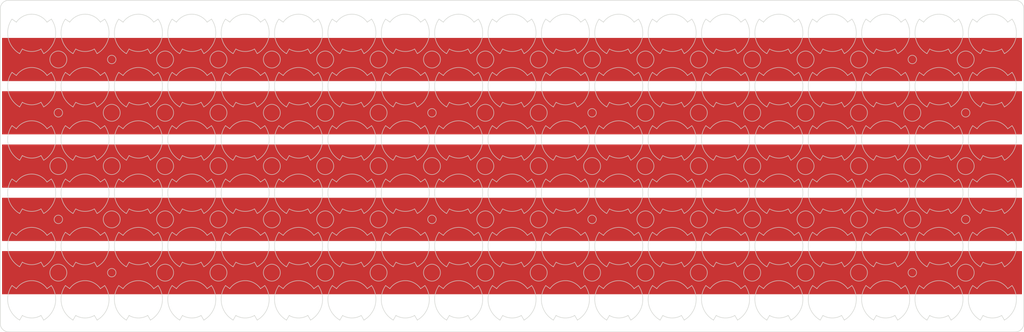
<source format=kicad_pcb>
(kicad_pcb (version 20241229) (generator "pcbnew") (generator_version "9.0")
  (title_block (title "BMS Busbar Board") (date "2025-11-13") (rev "1.0") (company "Formula Slug"))
  (layers (0 "F.Cu" signal) (2 "B.Cu" signal) (13 "F.Paste" user) (15 "B.Paste" user) (5 "F.SilkS" user "F.Silkscreen") (7 "B.SilkS" user "B.Silkscreen") (1 "F.Mask" user) (3 "B.Mask" user) (25 "Edge.Cuts" user))
  (net 0 "")
  (gr_rect (start 13 47) (end 395 63) (stroke (width 0.2)) (fill yes) (layers "F.Cu" "F.Mask"))
  (gr_rect (start 13 67) (end 395 83) (stroke (width 0.2)) (fill yes) (layers "F.Cu" "F.Mask"))
  (gr_rect (start 13 87) (end 395 103) (stroke (width 0.2)) (fill yes) (layers "F.Cu" "F.Mask"))
  (gr_rect (start 13 107) (end 395 123) (stroke (width 0.2)) (fill yes) (layers "F.Cu" "F.Mask"))
  (gr_rect (start 13 27) (end 395 43) (stroke (width 0.2)) (fill yes) (layers "F.Cu" "F.Mask"))
  (gr_line (start 231.372366 59.837813) (end 229.734062 60.984966) (stroke (width 0.2)) (layer "Edge.Cuts"))
  (gr_arc (start 51.372367 119.837812) (mid 52.786663 126.947956) (end 48.499998 132.794226) (stroke (width 0.2)) (layer "Edge.Cuts"))
  (gr_line (start 179.5 52.79423) (end 180.5 51.062178) (stroke (width 0.2)) (layer "Edge.Cuts"))
  (gr_line (start 208.499998 52.794226) (end 207.5 51.062177) (stroke (width 0.2)) (layer "Edge.Cuts"))
  (gr_line (start 188.499998 112.794226) (end 187.5 111.062177) (stroke (width 0.2)) (layer "Edge.Cuts"))
  (gr_line (start 131.372367 19.837812) (end 129.734064 20.984965) (stroke (width 0.2)) (layer "Edge.Cuts"))
  (gr_line (start 171.372367 19.837812) (end 169.734064 20.984965) (stroke (width 0.2)) (layer "Edge.Cuts"))
  (gr_line (start 388.499998 92.794226) (end 387.5 91.062177) (stroke (width 0.2)) (layer "Edge.Cuts"))
  (gr_line (start 88.499999 112.794228) (end 87.5 111.062178) (stroke (width 0.2)) (layer "Edge.Cuts"))
  (gr_arc (start 167.5 31.062178) (mid 164 32) (end 160.5 31.062177) (stroke (width 0.2)) (layer "Edge.Cuts"))
  (gr_line (start 259.5 72.79423) (end 260.5 71.062177) (stroke (width 0.2)) (layer "Edge.Cuts"))
  (gr_circle (center 154 115) (end 157.175 115) (stroke (width 0.2)) (fill no) (layer "Edge.Cuts"))
  (gr_arc (start 159.5 72.794229) (mid 155.213336 66.947956) (end 156.627631 59.837811) (stroke (width 0.2)) (layer "Edge.Cuts"))
  (gr_arc (start 27.499999 111.062177) (mid 24 111.999999) (end 20.5 111.062178) (stroke (width 0.2)) (layer "Edge.Cuts"))
  (gr_line (start 308.499999 52.794228) (end 307.499999 51.062177) (stroke (width 0.2)) (layer "Edge.Cuts"))
  (gr_arc (start 78.265936 120.984965) (mid 84 118) (end 89.734064 120.984965) (stroke (width 0.2)) (layer "Edge.Cuts"))
  (gr_line (start 71.372367 19.837812) (end 69.734063 20.984965) (stroke (width 0.2)) (layer "Edge.Cuts"))
  (gr_line (start 256.627631 19.837811) (end 258.265936 20.984965) (stroke (width 0.2)) (layer "Edge.Cuts"))
  (gr_arc (start 38.265936 60.984965) (mid 44 58) (end 49.734064 60.984965) (stroke (width 0.2)) (layer "Edge.Cuts"))
  (gr_arc (start 47.5 51.062177) (mid 44 51.999999) (end 40.500001 51.062176) (stroke (width 0.2)) (layer "Edge.Cuts"))
  (gr_arc (start 319.5 32.794229) (mid 315.213336 26.947956) (end 316.627631 19.837811) (stroke (width 0.2)) (layer "Edge.Cuts"))
  (gr_line (start 179.5 112.794229) (end 180.500001 111.062176) (stroke (width 0.2)) (layer "Edge.Cuts"))
  (gr_arc (start 127.499999 71.062177) (mid 124 71.999999) (end 120.5 71.062178) (stroke (width 0.2)) (layer "Edge.Cuts"))
  (gr_arc (start 318.265936 80.984965) (mid 324 78) (end 329.734064 80.984965) (stroke (width 0.2)) (layer "Edge.Cuts"))
  (gr_line (start 196.627631 59.837811) (end 198.265936 60.984965) (stroke (width 0.2)) (layer "Edge.Cuts"))
  (gr_line (start 276.627631 99.837811) (end 278.265936 100.984965) (stroke (width 0.2)) (layer "Edge.Cuts"))
  (gr_arc (start 379.5 112.794229) (mid 375.213336 106.947956) (end 376.627631 99.837811) (stroke (width 0.2)) (layer "Edge.Cuts"))
  (gr_circle (center 174 35) (end 177.175 35) (stroke (width 0.2)) (fill no) (layer "Edge.Cuts"))
  (gr_arc (start 18.265936 60.984965) (mid 24 58) (end 29.734064 60.984965) (stroke (width 0.2)) (layer "Edge.Cuts"))
  (gr_arc (start 47.499999 111.062177) (mid 44 111.999999) (end 40.500001 111.062176) (stroke (width 0.2)) (layer "Edge.Cuts"))
  (gr_arc (start 18.265937 100.984966) (mid 23.999999 98) (end 29.734062 100.984966) (stroke (width 0.2)) (layer "Edge.Cuts"))
  (gr_arc (start 147.5 131.062177) (mid 144 131.999999) (end 140.500001 131.062176) (stroke (width 0.2)) (layer "Edge.Cuts"))
  (gr_circle (center 54 115) (end 55.5875 115) (stroke (width 0.2)) (fill no) (layer "Edge.Cuts"))
  (gr_line (start 248.499999 52.794228) (end 247.5 51.062178) (stroke (width 0.2)) (layer "Edge.Cuts"))
  (gr_arc (start 159.5 52.79423) (mid 155.213335 46.947957) (end 156.627631 39.837811) (stroke (width 0.2)) (layer "Edge.Cuts"))
  (gr_line (start 311.372367 79.837812) (end 309.734064 80.984965) (stroke (width 0.2)) (layer "Edge.Cuts"))
  (gr_arc (start 171.372367 99.837812) (mid 172.786663 106.947956) (end 168.499998 112.794226) (stroke (width 0.2)) (layer "Edge.Cuts"))
  (gr_line (start 188.499999 32.794228) (end 187.5 31.062178) (stroke (width 0.2)) (layer "Edge.Cuts"))
  (gr_line (start 308.499999 72.794228) (end 307.5 71.062178) (stroke (width 0.2)) (layer "Edge.Cuts"))
  (gr_arc (start 271.372367 59.837812) (mid 272.786663 66.947956) (end 268.499999 72.794228) (stroke (width 0.2)) (layer "Edge.Cuts"))
  (gr_arc (start 291.372367 19.837812) (mid 292.786663 26.947956) (end 288.499999 32.794228) (stroke (width 0.2)) (layer "Edge.Cuts"))
  (gr_arc (start 59.5 132.79423) (mid 55.213335 126.947957) (end 56.627631 119.837811) (stroke (width 0.2)) (layer "Edge.Cuts"))
  (gr_line (start 356.627631 99.837811) (end 358.265936 100.984965) (stroke (width 0.2)) (layer "Edge.Cuts"))
  (gr_line (start 348.499999 92.794228) (end 347.5 91.062178) (stroke (width 0.2)) (layer "Edge.Cuts"))
  (gr_arc (start 67.499999 111.062177) (mid 64 111.999999) (end 60.500001 111.062176) (stroke (width 0.2)) (layer "Edge.Cuts"))
  (gr_circle (center 34 95) (end 35.5875 95) (stroke (width 0.2)) (fill no) (layer "Edge.Cuts"))
  (gr_line (start 99.5 52.794229) (end 100.500001 51.062176) (stroke (width 0.2)) (layer "Edge.Cuts"))
  (gr_line (start 28.499999 52.794228) (end 27.5 51.062178) (stroke (width 0.2)) (layer "Edge.Cuts"))
  (gr_arc (start 391.372366 59.837813) (mid 392.786662 66.947956) (end 388.499998 72.794225) (stroke (width 0.2)) (layer "Edge.Cuts"))
  (gr_arc (start 71.372367 19.837812) (mid 72.786663 26.947956) (end 68.499999 32.794228) (stroke (width 0.2)) (layer "Edge.Cuts"))
  (gr_arc (start 298.265936 40.984965) (mid 304 38) (end 309.734064 40.984965) (stroke (width 0.2)) (layer "Edge.Cuts"))
  (gr_arc (start 238.265937 80.984965) (mid 244 78) (end 249.734063 80.984965) (stroke (width 0.2)) (layer "Edge.Cuts"))
  (gr_arc (start 51.372367 99.837812) (mid 52.786663 106.947956) (end 48.499999 112.794228) (stroke (width 0.2)) (layer "Edge.Cuts"))
  (gr_line (start 96.627631 39.837811) (end 98.265936 40.984965) (stroke (width 0.2)) (layer "Edge.Cuts"))
  (gr_arc (start 319.5 92.794229) (mid 315.213336 86.947956) (end 316.627631 79.837811) (stroke (width 0.2)) (layer "Edge.Cuts"))
  (gr_arc (start 51.372367 59.837812) (mid 52.786663 66.947956) (end 48.499998 72.794226) (stroke (width 0.2)) (layer "Edge.Cuts"))
  (gr_line (start 159.5 112.794229) (end 160.500001 111.062176) (stroke (width 0.2)) (layer "Edge.Cuts"))
  (gr_arc (start 58.265937 20.984965) (mid 64 18) (end 69.734063 20.984965) (stroke (width 0.2)) (layer "Edge.Cuts"))
  (gr_line (start 219.5 72.79423) (end 220.5 71.062178) (stroke (width 0.2)) (layer "Edge.Cuts"))
  (gr_line (start 96.62763 19.83781) (end 98.265937 20.984966) (stroke (width 0.2)) (layer "Edge.Cuts"))
  (gr_arc (start 291.372366 39.837813) (mid 292.786662 46.947956) (end 288.499998 52.794225) (stroke (width 0.2)) (layer "Edge.Cuts"))
  (gr_line (start 59.5 72.794229) (end 60.500001 71.062176) (stroke (width 0.2)) (layer "Edge.Cuts"))
  (gr_line (start 59.5 92.794229) (end 60.500001 91.062176) (stroke (width 0.2)) (layer "Edge.Cuts"))
  (gr_arc (start 19.5 132.794229) (mid 15.213336 126.947956) (end 16.627631 119.837811) (stroke (width 0.2)) (layer "Edge.Cuts"))
  (gr_circle (center 234 95) (end 235.5875 95) (stroke (width 0.2)) (fill no) (layer "Edge.Cuts"))
  (gr_arc (start 19.5 92.794229) (mid 15.213336 86.947956) (end 16.627631 79.837811) (stroke (width 0.2)) (layer "Edge.Cuts"))
  (gr_arc (start 291.372367 79.837812) (mid 292.786663 86.947956) (end 288.499998 92.794226) (stroke (width 0.2)) (layer "Edge.Cuts"))
  (gr_line (start 148.499999 112.794228) (end 147.5 111.062178) (stroke (width 0.2)) (layer "Edge.Cuts"))
  (gr_line (start 96.627631 79.837811) (end 98.265936 80.984965) (stroke (width 0.2)) (layer "Edge.Cuts"))
  (gr_arc (start 278.265937 40.984966) (mid 283.999999 38) (end 289.734062 40.984966) (stroke (width 0.2)) (layer "Edge.Cuts"))
  (gr_line (start 268.499998 92.794226) (end 267.5 91.062177) (stroke (width 0.2)) (layer "Edge.Cuts"))
  (gr_line (start 48.499998 72.794226) (end 47.5 71.062177) (stroke (width 0.2)) (layer "Edge.Cuts"))
  (gr_line (start 156.627632 79.837812) (end 158.265937 80.984965) (stroke (width 0.2)) (layer "Edge.Cuts"))
  (gr_arc (start 59.5 112.794229) (mid 55.213336 106.947956) (end 56.627631 99.837811) (stroke (width 0.2)) (layer "Edge.Cuts"))
  (gr_line (start 191.372367 59.837812) (end 189.734064 60.984965) (stroke (width 0.2)) (layer "Edge.Cuts"))
  (gr_line (start 256.627631 79.837811) (end 258.265936 80.984965) (stroke (width 0.2)) (layer "Edge.Cuts"))
  (gr_line (start 239.5 112.79423) (end 240.5 111.062178) (stroke (width 0.2)) (layer "Edge.Cuts"))
  (gr_line (start 288.499999 32.794228) (end 287.499999 31.062177) (stroke (width 0.2)) (layer "Edge.Cuts"))
  (gr_line (start 156.627631 99.837811) (end 158.265936 100.984965) (stroke (width 0.2)) (layer "Edge.Cuts"))
  (gr_line (start 151.372366 59.837813) (end 149.734062 60.984966) (stroke (width 0.2)) (layer "Edge.Cuts"))
  (gr_arc (start 367.5 31.062177) (mid 364 31.999999) (end 360.500001 31.062176) (stroke (width 0.2)) (layer "Edge.Cuts"))
  (gr_arc (start 111.372367 79.837812) (mid 112.786663 86.947956) (end 108.499998 92.794226) (stroke (width 0.2)) (layer "Edge.Cuts"))
  (gr_line (start 299.5 32.79423) (end 300.5 31.062178) (stroke (width 0.2)) (layer "Edge.Cuts"))
  (gr_arc (start 111.372366 119.837813) (mid 112.786662 126.947956) (end 108.499998 132.794225) (stroke (width 0.2)) (layer "Edge.Cuts"))
  (gr_line (start 168.499999 92.794228) (end 167.5 91.062178) (stroke (width 0.2)) (layer "Edge.Cuts"))
  (gr_line (start 39.5 32.79423) (end 40.5 31.062177) (stroke (width 0.2)) (layer "Edge.Cuts"))
  (gr_circle (center 214 35) (end 217.175 35) (stroke (width 0.2)) (fill no) (layer "Edge.Cuts"))
  (gr_arc (start 395.77 134.055) (mid 394.840064 136.300064) (end 392.595 137.23) (stroke (width 0.2)) (layer "Edge.Cuts"))
  (gr_line (start 68.499999 112.794228) (end 67.499999 111.062177) (stroke (width 0.2)) (layer "Edge.Cuts"))
  (gr_line (start 51.372367 19.837812) (end 49.734064 20.984965) (stroke (width 0.2)) (layer "Edge.Cuts"))
  (gr_arc (start 387.5 71.062178) (mid 384 72) (end 380.5 71.062178) (stroke (width 0.2)) (layer "Edge.Cuts"))
  (gr_arc (start 98.265936 40.984965) (mid 104 38) (end 109.734064 40.984965) (stroke (width 0.2)) (layer "Edge.Cuts"))
  (gr_circle (center 274 75) (end 277.175 75) (stroke (width 0.2)) (fill no) (layer "Edge.Cuts"))
  (gr_arc (start 79.5 132.794229) (mid 75.213336 126.947956) (end 76.627631 119.837811) (stroke (width 0.2)) (layer "Edge.Cuts"))
  (gr_line (start 116.627631 79.837811) (end 118.265936 80.984965) (stroke (width 0.2)) (layer "Edge.Cuts"))
  (gr_line (start 16.627631 79.837811) (end 18.265936 80.984965) (stroke (width 0.2)) (layer "Edge.Cuts"))
  (gr_circle (center 314 55) (end 317.175 55) (stroke (width 0.2)) (fill no) (layer "Edge.Cuts"))
  (gr_line (start 291.372367 99.837812) (end 289.734064 100.984965) (stroke (width 0.2)) (layer "Edge.Cuts"))
  (gr_arc (start 191.372367 99.837812) (mid 192.786663 106.947956) (end 188.499998 112.794226) (stroke (width 0.2)) (layer "Edge.Cuts"))
  (gr_arc (start 118.265936 20.984965) (mid 124 18) (end 129.734064 20.984965) (stroke (width 0.2)) (layer "Edge.Cuts"))
  (gr_arc (start 298.265936 80.984965) (mid 304 78) (end 309.734064 80.984965) (stroke (width 0.2)) (layer "Edge.Cuts"))
  (gr_arc (start 271.372366 39.837813) (mid 272.786662 46.947956) (end 268.499998 52.794225) (stroke (width 0.2)) (layer "Edge.Cuts"))
  (gr_line (start 216.627632 119.837812) (end 218.265937 120.984965) (stroke (width 0.2)) (layer "Edge.Cuts"))
  (gr_line (start 299.5 92.794229) (end 300.500001 91.062176) (stroke (width 0.2)) (layer "Edge.Cuts"))
  (gr_arc (start 291.372367 99.837812) (mid 292.786663 106.947956) (end 288.499999 112.794228) (stroke (width 0.2)) (layer "Edge.Cuts"))
  (gr_arc (start 391.372367 99.837812) (mid 392.786663 106.947956) (end 388.499998 112.794226) (stroke (width 0.2)) (layer "Edge.Cuts"))
  (gr_line (start 56.627631 59.837811) (end 58.265936 60.984965) (stroke (width 0.2)) (layer "Edge.Cuts"))
  (gr_arc (start 27.5 51.062178) (mid 24 52) (end 20.5 51.062177) (stroke (width 0.2)) (layer "Edge.Cuts"))
  (gr_arc (start 127.5 31.062178) (mid 124 32) (end 120.5 31.062177) (stroke (width 0.2)) (layer "Edge.Cuts"))
  (gr_line (start 208.499998 32.794225) (end 207.499999 31.062177) (stroke (width 0.2)) (layer "Edge.Cuts"))
  (gr_arc (start 327.5 91.062177) (mid 324 91.999999) (end 320.500001 91.062176) (stroke (width 0.2)) (layer "Edge.Cuts"))
  (gr_line (start 16.627631 19.837811) (end 18.265936 20.984965) (stroke (width 0.2)) (layer "Edge.Cuts"))
  (gr_line (start 359.5 92.79423) (end 360.5 91.062178) (stroke (width 0.2)) (layer "Edge.Cuts"))
  (gr_line (start 176.627631 59.837811) (end 178.265936 60.984965) (stroke (width 0.2)) (layer "Edge.Cuts"))
  (gr_line (start 191.372367 39.837812) (end 189.734063 40.984965) (stroke (width 0.2)) (layer "Edge.Cuts"))
  (gr_arc (start 178.265937 40.984965) (mid 184 38) (end 189.734063 40.984965) (stroke (width 0.2)) (layer "Edge.Cuts"))
  (gr_arc (start 339.5 132.79423) (mid 335.213335 126.947957) (end 336.627631 119.837811) (stroke (width 0.2)) (layer "Edge.Cuts"))
  (gr_circle (center 34 35) (end 37.175 35) (stroke (width 0.2)) (fill no) (layer "Edge.Cuts"))
  (gr_circle (center 134 35) (end 137.175 35) (stroke (width 0.2)) (fill no) (layer "Edge.Cuts"))
  (gr_circle (center 274 115) (end 277.175 115) (stroke (width 0.2)) (fill no) (layer "Edge.Cuts"))
  (gr_arc (start 371.372366 39.837813) (mid 372.786662 46.947956) (end 368.499998 52.794225) (stroke (width 0.2)) (layer "Edge.Cuts"))
  (gr_arc (start 67.5 131.062178) (mid 64 132) (end 60.5 131.062177) (stroke (width 0.2)) (layer "Edge.Cuts"))
  (gr_line (start 279.5 72.79423) (end 280.5 71.062178) (stroke (width 0.2)) (layer "Edge.Cuts"))
  (gr_arc (start 311.372367 119.837812) (mid 312.786663 126.947956) (end 308.499998 132.794226) (stroke (width 0.2)) (layer "Edge.Cuts"))
  (gr_arc (start 178.265937 20.984965) (mid 184 18) (end 189.734063 20.984965) (stroke (width 0.2)) (layer "Edge.Cuts"))
  (gr_line (start 248.499998 32.794226) (end 247.5 31.062177) (stroke (width 0.2)) (layer "Edge.Cuts"))
  (gr_arc (start 279.5 132.79423) (mid 275.213335 126.947957) (end 276.62763 119.83781) (stroke (width 0.2)) (layer "Edge.Cuts"))
  (gr_arc (start 198.265936 120.984965) (mid 204 118) (end 209.734064 120.984965) (stroke (width 0.2)) (layer "Edge.Cuts"))
  (gr_line (start 36.627631 119.837811) (end 38.265936 120.984965) (stroke (width 0.2)) (layer "Edge.Cuts"))
  (gr_line (start 151.372367 19.837812) (end 149.734064 20.984965) (stroke (width 0.2)) (layer "Edge.Cuts"))
  (gr_line (start 68.499998 52.794226) (end 67.5 51.062177) (stroke (width 0.2)) (layer "Edge.Cuts"))
  (gr_arc (start 191.372367 119.837812) (mid 192.786663 126.947956) (end 188.499998 132.794226) (stroke (width 0.2)) (layer "Edge.Cuts"))
  (gr_line (start 368.499999 72.794228) (end 367.499999 71.062177) (stroke (width 0.2)) (layer "Edge.Cuts"))
  (gr_line (start 71.372367 59.837812) (end 69.734064 60.984965) (stroke (width 0.2)) (layer "Edge.Cuts"))
  (gr_circle (center 254 35) (end 257.175 35) (stroke (width 0.2)) (fill no) (layer "Edge.Cuts"))
  (gr_arc (start 99.5 72.794229) (mid 95.213336 66.947956) (end 96.627631 59.837811) (stroke (width 0.2)) (layer "Edge.Cuts"))
  (gr_arc (start 151.372366 79.837813) (mid 152.786662 86.947956) (end 148.499998 92.794225) (stroke (width 0.2)) (layer "Edge.Cuts"))
  (gr_line (start 28.499999 32.794228) (end 27.499999 31.062177) (stroke (width 0.2)) (layer "Edge.Cuts"))
  (gr_line (start 251.372367 99.837812) (end 249.734063 100.984965) (stroke (width 0.2)) (layer "Edge.Cuts"))
  (gr_line (start 48.499999 32.794228) (end 47.5 31.062178) (stroke (width 0.2)) (layer "Edge.Cuts"))
  (gr_line (start 171.372367 39.837812) (end 169.734064 40.984965) (stroke (width 0.2)) (layer "Edge.Cuts"))
  (gr_circle (center 294 115) (end 297.175 115) (stroke (width 0.2)) (fill no) (layer "Edge.Cuts"))
  (gr_arc (start 38.265937 80.984966) (mid 43.999999 78) (end 49.734062 80.984966) (stroke (width 0.2)) (layer "Edge.Cuts"))
  (gr_arc (start 71.372367 119.837812) (mid 72.786663 126.947956) (end 68.499999 132.794228) (stroke (width 0.2)) (layer "Edge.Cuts"))
  (gr_arc (start 307.5 71.062178) (mid 304 72) (end 300.5 71.062178) (stroke (width 0.2)) (layer "Edge.Cuts"))
  (gr_arc (start 131.372367 79.837812) (mid 132.786663 86.947956) (end 128.499998 92.794226) (stroke (width 0.2)) (layer "Edge.Cuts"))
  (gr_arc (start 287.5 91.062177) (mid 284 91.999999) (end 280.500001 91.062176) (stroke (width 0.2)) (layer "Edge.Cuts"))
  (gr_arc (start 211.372367 99.837812) (mid 212.786663 106.947956) (end 208.499999 112.794228) (stroke (width 0.2)) (layer "Edge.Cuts"))
  (gr_arc (start 39.5 52.794229) (mid 35.213336 46.947956) (end 36.627631 39.837811) (stroke (width 0.2)) (layer "Edge.Cuts"))
  (gr_arc (start 267.499999 31.062177) (mid 264 31.999999) (end 260.500001 31.062176) (stroke (width 0.2)) (layer "Edge.Cuts"))
  (gr_line (start 31.372367 119.837812) (end 29.734064 120.984965) (stroke (width 0.2)) (layer "Edge.Cuts"))
  (gr_line (start 76.627631 119.837811) (end 78.265936 120.984965) (stroke (width 0.2)) (layer "Edge.Cuts"))
  (gr_arc (start 299.5 112.79423) (mid 295.213335 106.947957) (end 296.627631 99.837811) (stroke (width 0.2)) (layer "Edge.Cuts"))
  (gr_line (start 111.372366 119.837813) (end 109.734062 120.984966) (stroke (width 0.2)) (layer "Edge.Cuts"))
  (gr_arc (start 239.5 72.794229) (mid 235.213336 66.947956) (end 236.627631 59.837811) (stroke (width 0.2)) (layer "Edge.Cuts"))
  (gr_line (start 116.627631 99.837811) (end 118.265936 100.984965) (stroke (width 0.2)) (layer "Edge.Cuts"))
  (gr_arc (start 379.5 32.79423) (mid 375.213335 26.947957) (end 376.62763 19.83781) (stroke (width 0.2)) (layer "Edge.Cuts"))
  (gr_line (start 168.499998 132.794226) (end 167.5 131.062177) (stroke (width 0.2)) (layer "Edge.Cuts"))
  (gr_arc (start 378.265936 120.984965) (mid 384 118) (end 389.734064 120.984965) (stroke (width 0.2)) (layer "Edge.Cuts"))
  (gr_circle (center 34 75) (end 37.175 75) (stroke (width 0.2)) (fill no) (layer "Edge.Cuts"))
  (gr_line (start 51.372367 39.837812) (end 49.734064 40.984965) (stroke (width 0.2)) (layer "Edge.Cuts"))
  (gr_arc (start 47.5 31.062178) (mid 44 32) (end 40.5 31.062177) (stroke (width 0.2)) (layer "Edge.Cuts"))
  (gr_arc (start 71.372367 79.837812) (mid 72.786663 86.947956) (end 68.499998 92.794226) (stroke (width 0.2)) (layer "Edge.Cuts"))
  (gr_circle (center 374 35) (end 377.175 35) (stroke (width 0.2)) (fill no) (layer "Edge.Cuts"))
  (gr_line (start 248.499999 92.794228) (end 247.5 91.062178) (stroke (width 0.2)) (layer "Edge.Cuts"))
  (gr_circle (center 234 35) (end 237.175 35) (stroke (width 0.2)) (fill no) (layer "Edge.Cuts"))
  (gr_arc (start 211.372367 39.837812) (mid 212.786663 46.947956) (end 208.499998 52.794226) (stroke (width 0.2)) (layer "Edge.Cuts"))
  (gr_circle (center 154 35) (end 157.175 35) (stroke (width 0.2)) (fill no) (layer "Edge.Cuts"))
  (gr_arc (start 347.5 71.062177) (mid 344 71.999999) (end 340.500001 71.062176) (stroke (width 0.2)) (layer "Edge.Cuts"))
  (gr_arc (start 299.5 132.794229) (mid 295.213336 126.947956) (end 296.627631 119.837811) (stroke (width 0.2)) (layer "Edge.Cuts"))
  (gr_arc (start 179.5 52.79423) (mid 175.213335 46.947957) (end 176.627632 39.837812) (stroke (width 0.2)) (layer "Edge.Cuts"))
  (gr_line (start 76.627631 59.837811) (end 78.265936 60.984965) (stroke (width 0.2)) (layer "Edge.Cuts"))
  (gr_line (start 156.627631 19.837811) (end 158.265936 20.984965) (stroke (width 0.2)) (layer "Edge.Cuts"))
  (gr_line (start 51.372366 79.837813) (end 49.734062 80.984966) (stroke (width 0.2)) (layer "Edge.Cuts"))
  (gr_line (start 348.499998 72.794226) (end 347.5 71.062177) (stroke (width 0.2)) (layer "Edge.Cuts"))
  (gr_line (start 376.627631 79.837811) (end 378.265936 80.984965) (stroke (width 0.2)) (layer "Edge.Cuts"))
  (gr_line (start 392.595 137.23) (end 15.405 137.23) (stroke (width 0.2)) (layer "Edge.Cuts"))
  (gr_arc (start 171.372367 119.837812) (mid 172.786663 126.947956) (end 168.499998 132.794226) (stroke (width 0.2)) (layer "Edge.Cuts"))
  (gr_arc (start 58.265936 60.984965) (mid 64 58) (end 69.734064 60.984965) (stroke (width 0.2)) (layer "Edge.Cuts"))
  (gr_arc (start 199.5 32.79423) (mid 195.213335 26.947957) (end 196.62763 19.83781) (stroke (width 0.2)) (layer "Edge.Cuts"))
  (gr_circle (center 174 55) (end 175.5875 55) (stroke (width 0.2)) (fill no) (layer "Edge.Cuts"))
  (gr_line (start 236.627631 119.837811) (end 238.265936 120.984965) (stroke (width 0.2)) (layer "Edge.Cuts"))
  (gr_line (start 119.5 92.794229) (end 120.500001 91.062176) (stroke (width 0.2)) (layer "Edge.Cuts"))
  (gr_line (start 299.5 112.79423) (end 300.5 111.062177) (stroke (width 0.2)) (layer "Edge.Cuts"))
  (gr_line (start 291.372367 79.837812) (end 289.734064 80.984965) (stroke (width 0.2)) (layer "Edge.Cuts"))
  (gr_line (start 239.5 52.79423) (end 240.5 51.062177) (stroke (width 0.2)) (layer "Edge.Cuts"))
  (gr_arc (start 387.5 91.062177) (mid 384 91.999999) (end 380.500001 91.062176) (stroke (width 0.2)) (layer "Edge.Cuts"))
  (gr_arc (start 107.499999 51.062177) (mid 104 51.999999) (end 100.500001 51.062176) (stroke (width 0.2)) (layer "Edge.Cuts"))
  (gr_line (start 79.5 72.794229) (end 80.500001 71.062176) (stroke (width 0.2)) (layer "Edge.Cuts"))
  (gr_line (start 271.372367 79.837812) (end 269.734064 80.984965) (stroke (width 0.2)) (layer "Edge.Cuts"))
  (gr_line (start 311.372367 99.837812) (end 309.734064 100.984965) (stroke (width 0.2)) (layer "Edge.Cuts"))
  (gr_arc (start 171.372367 39.837812) (mid 172.786663 46.947956) (end 168.499999 52.794228) (stroke (width 0.2)) (layer "Edge.Cuts"))
  (gr_line (start 176.627632 39.837812) (end 178.265937 40.984965) (stroke (width 0.2)) (layer "Edge.Cuts"))
  (gr_line (start 248.499999 132.794228) (end 247.5 131.062178) (stroke (width 0.2)) (layer "Edge.Cuts"))
  (gr_arc (start 351.372367 59.837812) (mid 352.786663 66.947956) (end 348.499998 72.794226) (stroke (width 0.2)) (layer "Edge.Cuts"))
  (gr_line (start 376.62763 19.83781) (end 378.265937 20.984966) (stroke (width 0.2)) (layer "Edge.Cuts"))
  (gr_line (start 16.627631 39.837811) (end 18.265936 40.984965) (stroke (width 0.2)) (layer "Edge.Cuts"))
  (gr_circle (center 374 95) (end 375.5875 95) (stroke (width 0.2)) (fill no) (layer "Edge.Cuts"))
  (gr_line (start 111.372367 39.837812) (end 109.734064 40.984965) (stroke (width 0.2)) (layer "Edge.Cuts"))
  (gr_line (start 199.5 72.794229) (end 200.500001 71.062176) (stroke (width 0.2)) (layer "Edge.Cuts"))
  (gr_arc (start 299.5 72.79423) (mid 295.213335 66.947957) (end 296.627632 59.837812) (stroke (width 0.2)) (layer "Edge.Cuts"))
  (gr_arc (start 239.5 92.79423) (mid 235.213335 86.947957) (end 236.627632 79.837812) (stroke (width 0.2)) (layer "Edge.Cuts"))
  (gr_arc (start 238.265936 20.984965) (mid 244 18) (end 249.734064 20.984965) (stroke (width 0.2)) (layer "Edge.Cuts"))
  (gr_line (start 376.62763 59.83781) (end 378.265937 60.984966) (stroke (width 0.2)) (layer "Edge.Cuts"))
  (gr_line (start 19.5 32.794229) (end 20.500001 31.062176) (stroke (width 0.2)) (layer "Edge.Cuts"))
  (gr_arc (start 278.265936 100.984965) (mid 284 98) (end 289.734064 100.984965) (stroke (width 0.2)) (layer "Edge.Cuts"))
  (gr_arc (start 107.5 71.062177) (mid 104 71.999999) (end 100.500001 71.062176) (stroke (width 0.2)) (layer "Edge.Cuts"))
  (gr_arc (start 51.372367 39.837812) (mid 52.786663 46.947956) (end 48.499998 52.794226) (stroke (width 0.2)) (layer "Edge.Cuts"))
  (gr_arc (start 38.265936 20.984965) (mid 44 18) (end 49.734064 20.984965) (stroke (width 0.2)) (layer "Edge.Cuts"))
  (gr_arc (start 347.5 91.062178) (mid 344 92) (end 340.5 91.062177) (stroke (width 0.2)) (layer "Edge.Cuts"))
  (gr_arc (start 191.372367 79.837812) (mid 192.786663 86.947956) (end 188.499998 92.794226) (stroke (width 0.2)) (layer "Edge.Cuts"))
  (gr_arc (start 287.5 51.062178) (mid 284 52) (end 280.5 51.062178) (stroke (width 0.2)) (layer "Edge.Cuts"))
  (gr_line (start 368.499998 92.794225) (end 367.5 91.062178) (stroke (width 0.2)) (layer "Edge.Cuts"))
  (gr_circle (center 194 75) (end 197.175 75) (stroke (width 0.2)) (fill no) (layer "Edge.Cuts"))
  (gr_line (start 199.5 52.794229) (end 200.500001 51.062176) (stroke (width 0.2)) (layer "Edge.Cuts"))
  (gr_line (start 196.627631 119.837811) (end 198.265936 120.984965) (stroke (width 0.2)) (layer "Edge.Cuts"))
  (gr_line (start 56.627631 39.837811) (end 58.265936 40.984965) (stroke (width 0.2)) (layer "Edge.Cuts"))
  (gr_arc (start 239.5 32.794229) (mid 235.213336 26.947956) (end 236.627631 19.837811) (stroke (width 0.2)) (layer "Edge.Cuts"))
  (gr_line (start 176.627631 119.837811) (end 178.265936 120.984965) (stroke (width 0.2)) (layer "Edge.Cuts"))
  (gr_arc (start 307.5 31.062178) (mid 304 32) (end 300.5 31.062178) (stroke (width 0.2)) (layer "Edge.Cuts"))
  (gr_arc (start 318.265936 60.984965) (mid 324 58) (end 329.734064 60.984965) (stroke (width 0.2)) (layer "Edge.Cuts"))
  (gr_arc (start 191.372367 39.837812) (mid 192.786663 46.947956) (end 188.499999 52.794228) (stroke (width 0.2)) (layer "Edge.Cuts"))
  (gr_arc (start 118.265936 80.984965) (mid 124 78) (end 129.734064 80.984965) (stroke (width 0.2)) (layer "Edge.Cuts"))
  (gr_line (start 328.499998 112.794226) (end 327.5 111.062177) (stroke (width 0.2)) (layer "Edge.Cuts"))
  (gr_arc (start 187.5 31.062178) (mid 184 32) (end 180.5 31.062178) (stroke (width 0.2)) (layer "Edge.Cuts"))
  (gr_line (start 348.499998 32.794226) (end 347.5 31.062177) (stroke (width 0.2)) (layer "Edge.Cuts"))
  (gr_arc (start 298.265936 120.984965) (mid 304 118) (end 309.734064 120.984965) (stroke (width 0.2)) (layer "Edge.Cuts"))
  (gr_line (start 139.5 132.794229) (end 140.500001 131.062176) (stroke (width 0.2)) (layer "Edge.Cuts"))
  (gr_arc (start 15.405 137.23) (mid 13.159936 136.300064) (end 12.23 134.055) (stroke (width 0.2)) (layer "Edge.Cuts"))
  (gr_line (start 239.5 32.794229) (end 240.500001 31.062176) (stroke (width 0.2)) (layer "Edge.Cuts"))
  (gr_arc (start 318.265936 100.984965) (mid 324 98) (end 329.734064 100.984965) (stroke (width 0.2)) (layer "Edge.Cuts"))
  (gr_line (start 236.627631 19.837811) (end 238.265936 20.984965) (stroke (width 0.2)) (layer "Edge.Cuts"))
  (gr_line (start 356.627631 119.837811) (end 358.265936 120.984965) (stroke (width 0.2)) (layer "Edge.Cuts"))
  (gr_arc (start 91.372367 19.837812) (mid 92.786663 26.947956) (end 88.499999 32.794228) (stroke (width 0.2)) (layer "Edge.Cuts"))
  (gr_arc (start 99.5 132.79423) (mid 95.213335 126.947957) (end 96.62763 119.83781) (stroke (width 0.2)) (layer "Edge.Cuts"))
  (gr_circle (center 74 35) (end 77.175 35) (stroke (width 0.2)) (fill no) (layer "Edge.Cuts"))
  (gr_line (start 108.499998 32.794225) (end 107.5 31.062178) (stroke (width 0.2)) (layer "Edge.Cuts"))
  (gr_circle (center 274 35) (end 277.175 35) (stroke (width 0.2)) (fill no) (layer "Edge.Cuts"))
  (gr_arc (start 231.372366 59.837813) (mid 232.786662 66.947956) (end 228.499998 72.794225) (stroke (width 0.2)) (layer "Edge.Cuts"))
  (gr_arc (start 267.5 71.062178) (mid 264 72) (end 260.5 71.062177) (stroke (width 0.2)) (layer "Edge.Cuts"))
  (gr_circle (center 134 95) (end 137.175 95) (stroke (width 0.2)) (fill no) (layer "Edge.Cuts"))
  (gr_arc (start 219.5 112.79423) (mid 215.213335 106.947957) (end 216.62763 99.83781) (stroke (width 0.2)) (layer "Edge.Cuts"))
  (gr_arc (start 147.499999 71.062177) (mid 144 71.999999) (end 140.5 71.062178) (stroke (width 0.2)) (layer "Edge.Cuts"))
  (gr_arc (start 318.265936 20.984965) (mid 324 18) (end 329.734064 20.984965) (stroke (width 0.2)) (layer "Edge.Cuts"))
  (gr_arc (start 207.5 131.062177) (mid 204 131.999999) (end 200.500001 131.062176) (stroke (width 0.2)) (layer "Edge.Cuts"))
  (gr_arc (start 311.372367 79.837812) (mid 312.786663 86.947956) (end 308.499998 92.794226) (stroke (width 0.2)) (layer "Edge.Cuts"))
  (gr_arc (start 339.5 92.79423) (mid 335.213335 86.947957) (end 336.627631 79.837811) (stroke (width 0.2)) (layer "Edge.Cuts"))
  (gr_line (start 348.499998 52.794226) (end 347.5 51.062177) (stroke (width 0.2)) (layer "Edge.Cuts"))
  (gr_arc (start 251.372367 79.837812) (mid 252.786663 86.947956) (end 248.499999 92.794228) (stroke (width 0.2)) (layer "Edge.Cuts"))
  (gr_arc (start 339.5 52.794229) (mid 335.213336 46.947956) (end 336.627631 39.837811) (stroke (width 0.2)) (layer "Edge.Cuts"))
  (gr_circle (center 254 75) (end 257.175 75) (stroke (width 0.2)) (fill no) (layer "Edge.Cuts"))
  (gr_arc (start 298.265936 100.984965) (mid 304 98) (end 309.734064 100.984965) (stroke (width 0.2)) (layer "Edge.Cuts"))
  (gr_arc (start 158.265936 100.984965) (mid 164 98) (end 169.734064 100.984965) (stroke (width 0.2)) (layer "Edge.Cuts"))
  (gr_circle (center 254 115) (end 257.175 115) (stroke (width 0.2)) (fill no) (layer "Edge.Cuts"))
  (gr_line (start 148.499998 132.794226) (end 147.5 131.062177) (stroke (width 0.2)) (layer "Edge.Cuts"))
  (gr_line (start 31.372367 79.837812) (end 29.734064 80.984965) (stroke (width 0.2)) (layer "Edge.Cuts"))
  (gr_line (start 196.62763 19.83781) (end 198.265937 20.984966) (stroke (width 0.2)) (layer "Edge.Cuts"))
  (gr_arc (start 267.5 131.062177) (mid 264 131.999999) (end 260.500001 131.062176) (stroke (width 0.2)) (layer "Edge.Cuts"))
  (gr_line (start 76.627631 99.837811) (end 78.265936 100.984965) (stroke (width 0.2)) (layer "Edge.Cuts"))
  (gr_line (start 228.499998 112.794225) (end 227.499999 111.062177) (stroke (width 0.2)) (layer "Edge.Cuts"))
  (gr_line (start 271.372367 59.837812) (end 269.734064 60.984965) (stroke (width 0.2)) (layer "Edge.Cuts"))
  (gr_line (start 339.5 112.79423) (end 340.5 111.062178) (stroke (width 0.2)) (layer "Edge.Cuts"))
  (gr_arc (start 118.265937 60.984966) (mid 124 58) (end 129.734062 60.984966) (stroke (width 0.2)) (layer "Edge.Cuts"))
  (gr_line (start 211.372367 99.837812) (end 209.734064 100.984965) (stroke (width 0.2)) (layer "Edge.Cuts"))
  (gr_line (start 331.372366 39.837813) (end 329.734062 40.984966) (stroke (width 0.2)) (layer "Edge.Cuts"))
  (gr_line (start 199.5 132.794229) (end 200.500001 131.062176) (stroke (width 0.2)) (layer "Edge.Cuts"))
  (gr_arc (start 391.372366 19.837813) (mid 392.786662 26.947956) (end 388.499998 32.794225) (stroke (width 0.2)) (layer "Edge.Cuts"))
  (gr_line (start 99.5 32.79423) (end 100.5 31.062178) (stroke (width 0.2)) (layer "Edge.Cuts"))
  (gr_line (start 76.627631 39.837811) (end 78.265936 40.984965) (stroke (width 0.2)) (layer "Edge.Cuts"))
  (gr_line (start 356.62763 79.83781) (end 358.265937 80.984966) (stroke (width 0.2)) (layer "Edge.Cuts"))
  (gr_line (start 328.499998 132.794226) (end 327.5 131.062177) (stroke (width 0.2)) (layer "Edge.Cuts"))
  (gr_arc (start 218.265937 60.984966) (mid 223.999999 58) (end 229.734062 60.984966) (stroke (width 0.2)) (layer "Edge.Cuts"))
  (gr_line (start 276.627631 19.837811) (end 278.265936 20.984965) (stroke (width 0.2)) (layer "Edge.Cuts"))
  (gr_circle (center 94 55) (end 97.175 55) (stroke (width 0.2)) (fill no) (layer "Edge.Cuts"))
  (gr_line (start 268.499998 132.794226) (end 267.5 131.062177) (stroke (width 0.2)) (layer "Edge.Cuts"))
  (gr_line (start 148.499998 72.794225) (end 147.499999 71.062177) (stroke (width 0.2)) (layer "Edge.Cuts"))
  (gr_line (start 79.5 132.794229) (end 80.500001 131.062176) (stroke (width 0.2)) (layer "Edge.Cuts"))
  (gr_line (start 188.499999 52.794228) (end 187.5 51.062178) (stroke (width 0.2)) (layer "Edge.Cuts"))
  (gr_line (start 256.627631 59.837811) (end 258.265936 60.984965) (stroke (width 0.2)) (layer "Edge.Cuts"))
  (gr_arc (start 18.265936 40.984965) (mid 24 38) (end 29.734064 40.984965) (stroke (width 0.2)) (layer "Edge.Cuts"))
  (gr_line (start 319.5 112.794229) (end 320.500001 111.062176) (stroke (width 0.2)) (layer "Edge.Cuts"))
  (gr_arc (start 38.265936 40.984965) (mid 44 38) (end 49.734064 40.984965) (stroke (width 0.2)) (layer "Edge.Cuts"))
  (gr_arc (start 99.5 52.794229) (mid 95.213336 46.947956) (end 96.627631 39.837811) (stroke (width 0.2)) (layer "Edge.Cuts"))
  (gr_line (start 96.627631 59.837811) (end 98.265936 60.984965) (stroke (width 0.2)) (layer "Edge.Cuts"))
  (gr_arc (start 131.372366 59.837813) (mid 132.786662 66.947956) (end 128.499998 72.794225) (stroke (width 0.2)) (layer "Edge.Cuts"))
  (gr_arc (start 339.5 32.794229) (mid 335.213336 26.947956) (end 336.627631 19.837811) (stroke (width 0.2)) (layer "Edge.Cuts"))
  (gr_arc (start 98.265937 20.984966) (mid 103.999999 18) (end 109.734062 20.984966) (stroke (width 0.2)) (layer "Edge.Cuts"))
  (gr_line (start 351.372367 79.837812) (end 349.734064 80.984965) (stroke (width 0.2)) (layer "Edge.Cuts"))
  (gr_line (start 188.499998 92.794226) (end 187.5 91.062177) (stroke (width 0.2)) (layer "Edge.Cuts"))
  (gr_line (start 36.627631 99.837811) (end 38.265936 100.984965) (stroke (width 0.2)) (layer "Edge.Cuts"))
  (gr_arc (start 298.265937 60.984965) (mid 304 58) (end 309.734063 60.984965) (stroke (width 0.2)) (layer "Edge.Cuts"))
  (gr_arc (start 87.5 51.062177) (mid 84 51.999999) (end 80.500001 51.062176) (stroke (width 0.2)) (layer "Edge.Cuts"))
  (gr_line (start 356.627631 19.837811) (end 358.265936 20.984965) (stroke (width 0.2)) (layer "Edge.Cuts"))
  (gr_arc (start 259.5 52.79423) (mid 255.213335 46.947957) (end 256.62763 39.83781) (stroke (width 0.2)) (layer "Edge.Cuts"))
  (gr_circle (center 94 75) (end 97.175 75) (stroke (width 0.2)) (fill no) (layer "Edge.Cuts"))
  (gr_circle (center 354 75) (end 357.175 75) (stroke (width 0.2)) (fill no) (layer "Edge.Cuts"))
  (gr_line (start 279.5 132.79423) (end 280.5 131.062178) (stroke (width 0.2)) (layer "Edge.Cuts"))
  (gr_arc (start 147.499999 91.062177) (mid 144 91.999999) (end 140.5 91.062178) (stroke (width 0.2)) (layer "Edge.Cuts"))
  (gr_arc (start 251.372367 59.837812) (mid 252.786663 66.947956) (end 248.499999 72.794228) (stroke (width 0.2)) (layer "Edge.Cuts"))
  (gr_line (start 348.499999 132.794228) (end 347.5 131.062178) (stroke (width 0.2)) (layer "Edge.Cuts"))
  (gr_line (start 79.5 52.794229) (end 80.500001 51.062176) (stroke (width 0.2)) (layer "Edge.Cuts"))
  (gr_line (start 156.627631 59.837811) (end 158.265936 60.984965) (stroke (width 0.2)) (layer "Edge.Cuts"))
  (gr_arc (start 118.265936 100.984965) (mid 124 98) (end 129.734064 100.984965) (stroke (width 0.2)) (layer "Edge.Cuts"))
  (gr_arc (start 331.372367 119.837812) (mid 332.786663 126.947956) (end 328.499998 132.794226) (stroke (width 0.2)) (layer "Edge.Cuts"))
  (gr_circle (center 334 55) (end 337.175 55) (stroke (width 0.2)) (fill no) (layer "Edge.Cuts"))
  (gr_arc (start 139.5 32.794229) (mid 135.213336 26.947956) (end 136.627631 19.837811) (stroke (width 0.2)) (layer "Edge.Cuts"))
  (gr_arc (start 239.5 112.79423) (mid 235.213335 106.947957) (end 236.627632 99.837812) (stroke (width 0.2)) (layer "Edge.Cuts"))
  (gr_arc (start 227.5 91.062177) (mid 224 91.999999) (end 220.500001 91.062176) (stroke (width 0.2)) (layer "Edge.Cuts"))
  (gr_line (start 351.372367 39.837812) (end 349.734064 40.984965) (stroke (width 0.2)) (layer "Edge.Cuts"))
  (gr_arc (start 19.5 112.79423) (mid 15.213336 106.947956) (end 16.62763 99.83781) (stroke (width 0.2)) (layer "Edge.Cuts"))
  (gr_line (start 368.499999 112.794228) (end 367.5 111.062178) (stroke (width 0.2)) (layer "Edge.Cuts"))
  (gr_circle (center 294 95) (end 297.175 95) (stroke (width 0.2)) (fill no) (layer "Edge.Cuts"))
  (gr_circle (center 54 55) (end 57.175 55) (stroke (width 0.2)) (fill no) (layer "Edge.Cuts"))
  (gr_line (start 31.372367 39.837812) (end 29.734064 40.984965) (stroke (width 0.2)) (layer "Edge.Cuts"))
  (gr_arc (start 231.372366 99.837813) (mid 232.786662 106.947956) (end 228.499998 112.794225) (stroke (width 0.2)) (layer "Edge.Cuts"))
  (gr_line (start 231.372367 119.837812) (end 229.734063 120.984965) (stroke (width 0.2)) (layer "Edge.Cuts"))
  (gr_arc (start 379.5 52.794229) (mid 375.213336 46.947956) (end 376.627631 39.837811) (stroke (width 0.2)) (layer "Edge.Cuts"))
  (gr_arc (start 391.372367 119.837812) (mid 392.786663 126.947956) (end 388.499998 132.794226) (stroke (width 0.2)) (layer "Edge.Cuts"))
  (gr_line (start 19.5 112.79423) (end 20.5 111.062178) (stroke (width 0.2)) (layer "Edge.Cuts"))
  (gr_line (start 99.5 132.79423) (end 100.5 131.062178) (stroke (width 0.2)) (layer "Edge.Cuts"))
  (gr_line (start 288.499999 72.794228) (end 287.5 71.062178) (stroke (width 0.2)) (layer "Edge.Cuts"))
  (gr_line (start 136.627631 99.837811) (end 138.265936 100.984965) (stroke (width 0.2)) (layer "Edge.Cuts"))
  (gr_arc (start 367.5 91.062178) (mid 364 92) (end 360.5 91.062178) (stroke (width 0.2)) (layer "Edge.Cuts"))
  (gr_arc (start 318.265936 120.984965) (mid 324 118) (end 329.734064 120.984965) (stroke (width 0.2)) (layer "Edge.Cuts"))
  (gr_line (start 168.499999 32.794228) (end 167.5 31.062178) (stroke (width 0.2)) (layer "Edge.Cuts"))
  (gr_line (start 68.499999 132.794228) (end 67.5 131.062178) (stroke (width 0.2)) (layer "Edge.Cuts"))
  (gr_arc (start 338.265936 120.984965) (mid 344 118) (end 349.734064 120.984965) (stroke (width 0.2)) (layer "Edge.Cuts"))
  (gr_circle (center 114 115) (end 117.175 115) (stroke (width 0.2)) (fill no) (layer "Edge.Cuts"))
  (gr_line (start 336.627631 19.837811) (end 338.265936 20.984965) (stroke (width 0.2)) (layer "Edge.Cuts"))
  (gr_arc (start 287.5 71.062178) (mid 284 72) (end 280.5 71.062178) (stroke (width 0.2)) (layer "Edge.Cuts"))
  (gr_line (start 71.372367 39.837812) (end 69.734064 40.984965) (stroke (width 0.2)) (layer "Edge.Cuts"))
  (gr_circle (center 54 95) (end 57.175 95) (stroke (width 0.2)) (fill no) (layer "Edge.Cuts"))
  (gr_line (start 336.62763 99.83781) (end 338.265937 100.984966) (stroke (width 0.2)) (layer "Edge.Cuts"))
  (gr_line (start 148.499998 52.794226) (end 147.5 51.062177) (stroke (width 0.2)) (layer "Edge.Cuts"))
  (gr_arc (start 251.372367 19.837812) (mid 252.786663 26.947956) (end 248.499998 32.794226) (stroke (width 0.2)) (layer "Edge.Cuts"))
  (gr_arc (start 139.5 92.79423) (mid 135.213335 86.947957) (end 136.62763 79.83781) (stroke (width 0.2)) (layer "Edge.Cuts"))
  (gr_line (start 356.62763 39.83781) (end 358.265937 40.984966) (stroke (width 0.2)) (layer "Edge.Cuts"))
  (gr_arc (start 278.265936 20.984965) (mid 284 18) (end 289.734064 20.984965) (stroke (width 0.2)) (layer "Edge.Cuts"))
  (gr_arc (start 91.372367 79.837812) (mid 92.786663 86.947956) (end 88.499999 92.794228) (stroke (width 0.2)) (layer "Edge.Cuts"))
  (gr_arc (start 67.5 51.062177) (mid 64 51.999999) (end 60.500001 51.062176) (stroke (width 0.2)) (layer "Edge.Cuts"))
  (gr_circle (center 134 115) (end 137.175 115) (stroke (width 0.2)) (fill no) (layer "Edge.Cuts"))
  (gr_circle (center 114 35) (end 117.175 35) (stroke (width 0.2)) (fill no) (layer "Edge.Cuts"))
  (gr_line (start 111.372366 19.837813) (end 109.734062 20.984966) (stroke (width 0.2)) (layer "Edge.Cuts"))
  (gr_arc (start 98.265936 100.984965) (mid 104 98) (end 109.734064 100.984965) (stroke (width 0.2)) (layer "Edge.Cuts"))
  (gr_line (start 16.627631 119.837811) (end 18.265936 120.984965) (stroke (width 0.2)) (layer "Edge.Cuts"))
  (gr_line (start 219.5 32.794229) (end 220.500001 31.062176) (stroke (width 0.2)) (layer "Edge.Cuts"))
  (gr_line (start 288.499998 92.794226) (end 287.5 91.062177) (stroke (width 0.2)) (layer "Edge.Cuts"))
  (gr_line (start 148.499998 92.794225) (end 147.499999 91.062177) (stroke (width 0.2)) (layer "Edge.Cuts"))
  (gr_line (start 39.5 92.79423) (end 40.5 91.062178) (stroke (width 0.2)) (layer "Edge.Cuts"))
  (gr_arc (start 251.372367 119.837812) (mid 252.786663 126.947956) (end 248.499999 132.794228) (stroke (width 0.2)) (layer "Edge.Cuts"))
  (gr_line (start 228.499999 132.794228) (end 227.5 131.062178) (stroke (width 0.2)) (layer "Edge.Cuts"))
  (gr_line (start 319.5 32.794229) (end 320.500001 31.062176) (stroke (width 0.2)) (layer "Edge.Cuts"))
  (gr_arc (start 127.5 51.062177) (mid 124 51.999999) (end 120.500001 51.062176) (stroke (width 0.2)) (layer "Edge.Cuts"))
  (gr_circle (center 134 55) (end 137.175 55) (stroke (width 0.2)) (fill no) (layer "Edge.Cuts"))
  (gr_line (start 379.5 92.794229) (end 380.500001 91.062176) (stroke (width 0.2)) (layer "Edge.Cuts"))
  (gr_arc (start 378.265936 80.984965) (mid 384 78) (end 389.734064 80.984965) (stroke (width 0.2)) (layer "Edge.Cuts"))
  (gr_line (start 231.372367 79.837812) (end 229.734064 80.984965) (stroke (width 0.2)) (layer "Edge.Cuts"))
  (gr_arc (start 258.265937 40.984966) (mid 263.999999 38) (end 269.734062 40.984966) (stroke (width 0.2)) (layer "Edge.Cuts"))
  (gr_line (start 231.372366 99.837813) (end 229.734062 100.984966) (stroke (width 0.2)) (layer "Edge.Cuts"))
  (gr_circle (center 94 115) (end 97.175 115) (stroke (width 0.2)) (fill no) (layer "Edge.Cuts"))
  (gr_line (start 128.499998 52.794226) (end 127.5 51.062177) (stroke (width 0.2)) (layer "Edge.Cuts"))
  (gr_line (start 279.5 52.79423) (end 280.5 51.062178) (stroke (width 0.2)) (layer "Edge.Cuts"))
  (gr_arc (start 299.5 52.794229) (mid 295.213336 46.947956) (end 296.627631 39.837811) (stroke (width 0.2)) (layer "Edge.Cuts"))
  (gr_line (start 279.5 32.794229) (end 280.500001 31.062176) (stroke (width 0.2)) (layer "Edge.Cuts"))
  (gr_line (start 148.499998 32.794226) (end 147.5 31.062177) (stroke (width 0.2)) (layer "Edge.Cuts"))
  (gr_line (start 151.372367 39.837812) (end 149.734064 40.984965) (stroke (width 0.2)) (layer "Edge.Cuts"))
  (gr_line (start 211.372367 59.837812) (end 209.734064 60.984965) (stroke (width 0.2)) (layer "Edge.Cuts"))
  (gr_line (start 191.372367 79.837812) (end 189.734064 80.984965) (stroke (width 0.2)) (layer "Edge.Cuts"))
  (gr_arc (start 379.5 72.79423) (mid 375.213335 66.947957) (end 376.62763 59.83781) (stroke (width 0.2)) (layer "Edge.Cuts"))
  (gr_arc (start 198.265937 20.984966) (mid 203.999999 18) (end 209.734062 20.984966) (stroke (width 0.2)) (layer "Edge.Cuts"))
  (gr_circle (center 114 75) (end 117.175 75) (stroke (width 0.2)) (fill no) (layer "Edge.Cuts"))
  (gr_line (start 208.499999 112.794228) (end 207.5 111.062178) (stroke (width 0.2)) (layer "Edge.Cuts"))
  (gr_arc (start 31.372367 19.837812) (mid 32.786663 26.947956) (end 28.499999 32.794228) (stroke (width 0.2)) (layer "Edge.Cuts"))
  (gr_line (start 379.5 112.794229) (end 380.500001 111.062176) (stroke (width 0.2)) (layer "Edge.Cuts"))
  (gr_arc (start 207.5 51.062177) (mid 204 51.999999) (end 200.500001 51.062176) (stroke (width 0.2)) (layer "Edge.Cuts"))
  (gr_arc (start 271.372367 119.837812) (mid 272.786663 126.947956) (end 268.499998 132.794226) (stroke (width 0.2)) (layer "Edge.Cuts"))
  (gr_arc (start 378.265936 40.984965) (mid 384 38) (end 389.734064 40.984965) (stroke (width 0.2)) (layer "Edge.Cuts"))
  (gr_arc (start 119.5 92.794229) (mid 115.213336 86.947956) (end 116.627631 79.837811) (stroke (width 0.2)) (layer "Edge.Cuts"))
  (gr_line (start 48.499998 52.794226) (end 47.5 51.062177) (stroke (width 0.2)) (layer "Edge.Cuts"))
  (gr_arc (start 119.5 132.79423) (mid 115.213335 126.947957) (end 116.627632 119.837812) (stroke (width 0.2)) (layer "Edge.Cuts"))
  (gr_arc (start 347.5 51.062177) (mid 344 51.999999) (end 340.500001 51.062176) (stroke (width 0.2)) (layer "Edge.Cuts"))
  (gr_arc (start 59.5 72.794229) (mid 55.213336 66.947956) (end 56.627631 59.837811) (stroke (width 0.2)) (layer "Edge.Cuts"))
  (gr_arc (start 27.499999 91.062177) (mid 24 91.999999) (end 20.500001 91.062176) (stroke (width 0.2)) (layer "Edge.Cuts"))
  (gr_line (start 228.499998 72.794225) (end 227.5 71.062178) (stroke (width 0.2)) (layer "Edge.Cuts"))
  (gr_arc (start 187.5 51.062178) (mid 184 52) (end 180.5 51.062178) (stroke (width 0.2)) (layer "Edge.Cuts"))
  (gr_arc (start 38.265936 100.984965) (mid 44 98) (end 49.734064 100.984965) (stroke (width 0.2)) (layer "Edge.Cuts"))
  (gr_line (start 79.5 112.79423) (end 80.5 111.062177) (stroke (width 0.2)) (layer "Edge.Cuts"))
  (gr_arc (start 231.372367 119.837812) (mid 232.786663 126.947956) (end 228.499999 132.794228) (stroke (width 0.2)) (layer "Edge.Cuts"))
  (gr_line (start 251.372367 19.837812) (end 249.734064 20.984965) (stroke (width 0.2)) (layer "Edge.Cuts"))
  (gr_arc (start 79.5 112.79423) (mid 75.213335 106.947957) (end 76.627631 99.837811) (stroke (width 0.2)) (layer "Edge.Cuts"))
  (gr_line (start 199.5 92.794229) (end 200.500001 91.062176) (stroke (width 0.2)) (layer "Edge.Cuts"))
  (gr_arc (start 347.5 131.062178) (mid 344 132) (end 340.5 131.062177) (stroke (width 0.2)) (layer "Edge.Cuts"))
  (gr_line (start 159.5 72.794229) (end 160.500001 71.062176) (stroke (width 0.2)) (layer "Edge.Cuts"))
  (gr_line (start 351.372366 99.837813) (end 349.734062 100.984966) (stroke (width 0.2)) (layer "Edge.Cuts"))
  (gr_line (start 368.499998 132.794226) (end 367.5 131.062177) (stroke (width 0.2)) (layer "Edge.Cuts"))
  (gr_arc (start 247.5 51.062178) (mid 244 52) (end 240.5 51.062177) (stroke (width 0.2)) (layer "Edge.Cuts"))
  (gr_arc (start 139.5 52.794229) (mid 135.213336 46.947956) (end 136.627631 39.837811) (stroke (width 0.2)) (layer "Edge.Cuts"))
  (gr_line (start 56.627631 79.837811) (end 58.265936 80.984965) (stroke (width 0.2)) (layer "Edge.Cuts"))
  (gr_circle (center 194 55) (end 197.175 55) (stroke (width 0.2)) (fill no) (layer "Edge.Cuts"))
  (gr_arc (start 78.265936 60.984965) (mid 84 58) (end 89.734064 60.984965) (stroke (width 0.2)) (layer "Edge.Cuts"))
  (gr_arc (start 131.372367 19.837812) (mid 132.786663 26.947956) (end 128.499999 32.794228) (stroke (width 0.2)) (layer "Edge.Cuts"))
  (gr_line (start 36.62763 79.83781) (end 38.265937 80.984966) (stroke (width 0.2)) (layer "Edge.Cuts"))
  (gr_arc (start 247.5 31.062177) (mid 244 31.999999) (end 240.500001 31.062176) (stroke (width 0.2)) (layer "Edge.Cuts"))
  (gr_arc (start 259.5 92.794229) (mid 255.213336 86.947956) (end 256.627631 79.837811) (stroke (width 0.2)) (layer "Edge.Cuts"))
  (gr_arc (start 259.5 132.794229) (mid 255.213336 126.947956) (end 256.627631 119.837811) (stroke (width 0.2)) (layer "Edge.Cuts"))
  (gr_line (start 216.62763 99.83781) (end 218.265937 100.984966) (stroke (width 0.2)) (layer "Edge.Cuts"))
  (gr_arc (start 207.5 111.062178) (mid 204 112) (end 200.5 111.062177) (stroke (width 0.2)) (layer "Edge.Cuts"))
  (gr_arc (start 238.265936 40.984965) (mid 244 38) (end 249.734064 40.984965) (stroke (width 0.2)) (layer "Edge.Cuts"))
  (gr_arc (start 279.5 52.79423) (mid 275.213335 46.947957) (end 276.62763 39.83781) (stroke (width 0.2)) (layer "Edge.Cuts"))
  (gr_arc (start 58.265936 100.984965) (mid 64 98) (end 69.734064 100.984965) (stroke (width 0.2)) (layer "Edge.Cuts"))
  (gr_arc (start 191.372367 19.837812) (mid 192.786663 26.947956) (end 188.499999 32.794228) (stroke (width 0.2)) (layer "Edge.Cuts"))
  (gr_arc (start 219.5 52.794229) (mid 215.213336 46.947956) (end 216.627631 39.837811) (stroke (width 0.2)) (layer "Edge.Cuts"))
  (gr_line (start 36.627631 59.837811) (end 38.265936 60.984965) (stroke (width 0.2)) (layer "Edge.Cuts"))
  (gr_arc (start 171.372367 79.837812) (mid 172.786663 86.947956) (end 168.499999 92.794228) (stroke (width 0.2)) (layer "Edge.Cuts"))
  (gr_arc (start 247.5 111.062178) (mid 244 112) (end 240.5 111.062178) (stroke (width 0.2)) (layer "Edge.Cuts"))
  (gr_line (start 256.627631 119.837811) (end 258.265936 120.984965) (stroke (width 0.2)) (layer "Edge.Cuts"))
  (gr_line (start 136.627631 119.837811) (end 138.265936 120.984965) (stroke (width 0.2)) (layer "Edge.Cuts"))
  (gr_arc (start 187.5 91.062177) (mid 184 91.999999) (end 180.500001 91.062176) (stroke (width 0.2)) (layer "Edge.Cuts"))
  (gr_arc (start 338.265936 80.984965) (mid 344 78) (end 349.734064 80.984965) (stroke (width 0.2)) (layer "Edge.Cuts"))
  (gr_line (start 168.499998 112.794226) (end 167.5 111.062177) (stroke (width 0.2)) (layer "Edge.Cuts"))
  (gr_arc (start 307.5 131.062177) (mid 304 131.999999) (end 300.500001 131.062176) (stroke (width 0.2)) (layer "Edge.Cuts"))
  (gr_line (start 51.372367 59.837812) (end 49.734064 60.984965) (stroke (width 0.2)) (layer "Edge.Cuts"))
  (gr_arc (start 91.372367 39.837812) (mid 92.786663 46.947956) (end 88.499998 52.794226) (stroke (width 0.2)) (layer "Edge.Cuts"))
  (gr_line (start 328.499998 32.794226) (end 327.5 31.062177) (stroke (width 0.2)) (layer "Edge.Cuts"))
  (gr_arc (start 79.5 52.794229) (mid 75.213336 46.947956) (end 76.627631 39.837811) (stroke (width 0.2)) (layer "Edge.Cuts"))
  (gr_arc (start 331.372366 39.837813) (mid 332.786662 46.947956) (end 328.499998 52.794225) (stroke (width 0.2)) (layer "Edge.Cuts"))
  (gr_arc (start 299.5 92.794229) (mid 295.213336 86.947956) (end 296.627631 79.837811) (stroke (width 0.2)) (layer "Edge.Cuts"))
  (gr_arc (start 167.5 131.062177) (mid 164 131.999999) (end 160.500001 131.062176) (stroke (width 0.2)) (layer "Edge.Cuts"))
  (gr_arc (start 278.265937 120.984966) (mid 283.999999 118) (end 289.734062 120.984966) (stroke (width 0.2)) (layer "Edge.Cuts"))
  (gr_arc (start 159.5 132.794229) (mid 155.213336 126.947956) (end 156.627631 119.837811) (stroke (width 0.2)) (layer "Edge.Cuts"))
  (gr_arc (start 351.372367 79.837812) (mid 352.786663 86.947956) (end 348.499999 92.794228) (stroke (width 0.2)) (layer "Edge.Cuts"))
  (gr_arc (start 167.5 111.062177) (mid 164 111.999999) (end 160.500001 111.062176) (stroke (width 0.2)) (layer "Edge.Cuts"))
  (gr_line (start 219.5 132.79423) (end 220.5 131.062178) (stroke (width 0.2)) (layer "Edge.Cuts"))
  (gr_line (start 99.5 72.794229) (end 100.500001 71.062176) (stroke (width 0.2)) (layer "Edge.Cuts"))
  (gr_line (start 331.372367 99.837812) (end 329.734064 100.984965) (stroke (width 0.2)) (layer "Edge.Cuts"))
  (gr_line (start 276.627632 59.837812) (end 278.265937 60.984965) (stroke (width 0.2)) (layer "Edge.Cuts"))
  (gr_circle (center 294 75) (end 297.175 75) (stroke (width 0.2)) (fill no) (layer "Edge.Cuts"))
  (gr_arc (start 99.5 32.79423) (mid 95.213335 26.947957) (end 96.62763 19.83781) (stroke (width 0.2)) (layer "Edge.Cuts"))
  (gr_arc (start 338.265937 100.984966) (mid 344 98) (end 349.734062 100.984966) (stroke (width 0.2)) (layer "Edge.Cuts"))
  (gr_line (start 271.372367 99.837812) (end 269.734064 100.984965) (stroke (width 0.2)) (layer "Edge.Cuts"))
  (gr_arc (start 327.5 111.062177) (mid 324 111.999999) (end 320.500001 111.062176) (stroke (width 0.2)) (layer "Edge.Cuts"))
  (gr_line (start 51.372367 99.837812) (end 49.734064 100.984965) (stroke (width 0.2)) (layer "Edge.Cuts"))
  (gr_line (start 19.5 72.794229) (end 20.500001 71.062176) (stroke (width 0.2)) (layer "Edge.Cuts"))
  (gr_line (start 296.627632 59.837812) (end 298.265937 60.984965) (stroke (width 0.2)) (layer "Edge.Cuts"))
  (gr_line (start 188.499998 72.794226) (end 187.5 71.062177) (stroke (width 0.2)) (layer "Edge.Cuts"))
  (gr_line (start 279.5 112.79423) (end 280.5 111.062177) (stroke (width 0.2)) (layer "Edge.Cuts"))
  (gr_line (start 291.372367 19.837812) (end 289.734064 20.984965) (stroke (width 0.2)) (layer "Edge.Cuts"))
  (gr_line (start 159.5 92.79423) (end 160.5 91.062178) (stroke (width 0.2)) (layer "Edge.Cuts"))
  (gr_line (start 319.5 72.794229) (end 320.500001 71.062176) (stroke (width 0.2)) (layer "Edge.Cuts"))
  (gr_arc (start 59.5 52.794229) (mid 55.213336 46.947956) (end 56.627631 39.837811) (stroke (width 0.2)) (layer "Edge.Cuts"))
  (gr_arc (start 338.265936 60.984965) (mid 344 58) (end 349.734064 60.984965) (stroke (width 0.2)) (layer "Edge.Cuts"))
  (gr_line (start 336.627631 39.837811) (end 338.265936 40.984965) (stroke (width 0.2)) (layer "Edge.Cuts"))
  (gr_arc (start 87.5 71.062177) (mid 84 71.999999) (end 80.500001 71.062176) (stroke (width 0.2)) (layer "Edge.Cuts"))
  (gr_circle (center 134 75) (end 137.175 75) (stroke (width 0.2)) (fill no) (layer "Edge.Cuts"))
  (gr_arc (start 358.265936 20.984965) (mid 364 18) (end 369.734064 20.984965) (stroke (width 0.2)) (layer "Edge.Cuts"))
  (gr_line (start 111.372367 79.837812) (end 109.734064 80.984965) (stroke (width 0.2)) (layer "Edge.Cuts"))
  (gr_line (start 368.499998 52.794225) (end 367.499999 51.062177) (stroke (width 0.2)) (layer "Edge.Cuts"))
  (gr_arc (start 207.499999 71.062177) (mid 204 71.999999) (end 200.500001 71.062176) (stroke (width 0.2)) (layer "Edge.Cuts"))
  (gr_arc (start 227.5 31.062177) (mid 224 31.999999) (end 220.500001 31.062176) (stroke (width 0.2)) (layer "Edge.Cuts"))
  (gr_arc (start 358.265936 120.984965) (mid 364 118) (end 369.734064 120.984965) (stroke (width 0.2)) (layer "Edge.Cuts"))
  (gr_line (start 48.499998 132.794226) (end 47.5 131.062177) (stroke (width 0.2)) (layer "Edge.Cuts"))
  (gr_arc (start 31.372367 59.837812) (mid 32.786663 66.947956) (end 28.499998 72.794226) (stroke (width 0.2)) (layer "Edge.Cuts"))
  (gr_arc (start 119.5 32.79423) (mid 115.213335 26.947957) (end 116.627631 19.837811) (stroke (width 0.2)) (layer "Edge.Cuts"))
  (gr_arc (start 151.372367 99.837812) (mid 152.786663 106.947956) (end 148.499999 112.794228) (stroke (width 0.2)) (layer "Edge.Cuts"))
  (gr_line (start 388.499999 52.794228) (end 387.499999 51.062177) (stroke (width 0.2)) (layer "Edge.Cuts"))
  (gr_line (start 136.627631 39.837811) (end 138.265936 40.984965) (stroke (width 0.2)) (layer "Edge.Cuts"))
  (gr_circle (center 354 95) (end 357.175 95) (stroke (width 0.2)) (fill no) (layer "Edge.Cuts"))
  (gr_line (start 88.499998 72.794226) (end 87.5 71.062177) (stroke (width 0.2)) (layer "Edge.Cuts"))
  (gr_line (start 179.5 72.794229) (end 180.500001 71.062176) (stroke (width 0.2)) (layer "Edge.Cuts"))
  (gr_arc (start 327.5 131.062177) (mid 324 131.999999) (end 320.500001 131.062176) (stroke (width 0.2)) (layer "Edge.Cuts"))
  (gr_arc (start 367.5 131.062177) (mid 364 131.999999) (end 360.500001 131.062176) (stroke (width 0.2)) (layer "Edge.Cuts"))
  (gr_arc (start 387.5 111.062177) (mid 384 111.999999) (end 380.500001 111.062176) (stroke (width 0.2)) (layer "Edge.Cuts"))
  (gr_line (start 139.5 52.794229) (end 140.500001 51.062176) (stroke (width 0.2)) (layer "Edge.Cuts"))
  (gr_circle (center 294 35) (end 297.175 35) (stroke (width 0.2)) (fill no) (layer "Edge.Cuts"))
  (gr_arc (start 127.5 131.062178) (mid 124 132) (end 120.5 131.062178) (stroke (width 0.2)) (layer "Edge.Cuts"))
  (gr_line (start 288.499998 132.794225) (end 287.5 131.062178) (stroke (width 0.2)) (layer "Edge.Cuts"))
  (gr_arc (start 12.23 15.945) (mid 13.159936 13.699936) (end 15.405 12.77) (stroke (width 0.2)) (layer "Edge.Cuts"))
  (gr_arc (start 339.5 112.79423) (mid 335.213335 106.947957) (end 336.62763 99.83781) (stroke (width 0.2)) (layer "Edge.Cuts"))
  (gr_circle (center 194 35) (end 197.175 35) (stroke (width 0.2)) (fill no) (layer "Edge.Cuts"))
  (gr_line (start 236.627631 39.837811) (end 238.265936 40.984965) (stroke (width 0.2)) (layer "Edge.Cuts"))
  (gr_line (start 339.5 132.79423) (end 340.5 131.062177) (stroke (width 0.2)) (layer "Edge.Cuts"))
  (gr_arc (start 218.265936 20.984965) (mid 224 18) (end 229.734064 20.984965) (stroke (width 0.2)) (layer "Edge.Cuts"))
  (gr_line (start 156.627631 119.837811) (end 158.265936 120.984965) (stroke (width 0.2)) (layer "Edge.Cuts"))
  (gr_arc (start 267.5 91.062177) (mid 264 91.999999) (end 260.500001 91.062176) (stroke (width 0.2)) (layer "Edge.Cuts"))
  (gr_line (start 391.372367 39.837812) (end 389.734064 40.984965) (stroke (width 0.2)) (layer "Edge.Cuts"))
  (gr_arc (start 392.595 12.77) (mid 394.840064 13.699936) (end 395.77 15.945) (stroke (width 0.2)) (layer "Edge.Cuts"))
  (gr_arc (start 31.372367 39.837812) (mid 32.786663 46.947956) (end 28.499999 52.794228) (stroke (width 0.2)) (layer "Edge.Cuts"))
  (gr_arc (start 378.265937 60.984966) (mid 383.999999 58) (end 389.734062 60.984966) (stroke (width 0.2)) (layer "Edge.Cuts"))
  (gr_line (start 388.499998 72.794225) (end 387.5 71.062178) (stroke (width 0.2)) (layer "Edge.Cuts"))
  (gr_arc (start 211.372367 119.837812) (mid 212.786663 126.947956) (end 208.499998 132.794226) (stroke (width 0.2)) (layer "Edge.Cuts"))
  (gr_arc (start 378.265937 20.984966) (mid 383.999999 18) (end 389.734062 20.984966) (stroke (width 0.2)) (layer "Edge.Cuts"))
  (gr_line (start 376.627631 99.837811) (end 378.265936 100.984965) (stroke (width 0.2)) (layer "Edge.Cuts"))
  (gr_line (start 71.372367 79.837812) (end 69.734064 80.984965) (stroke (width 0.2)) (layer "Edge.Cuts"))
  (gr_arc (start 187.5 111.062177) (mid 184 111.999999) (end 180.500001 111.062176) (stroke (width 0.2)) (layer "Edge.Cuts"))
  (gr_line (start 376.627631 119.837811) (end 378.265936 120.984965) (stroke (width 0.2)) (layer "Edge.Cuts"))
  (gr_line (start 48.499998 92.794225) (end 47.5 91.062178) (stroke (width 0.2)) (layer "Edge.Cuts"))
  (gr_line (start 395.77 15.945) (end 395.77 134.055) (stroke (width 0.2)) (layer "Edge.Cuts"))
  (gr_line (start 379.5 32.79423) (end 380.5 31.062178) (stroke (width 0.2)) (layer "Edge.Cuts"))
  (gr_arc (start 271.372367 19.837812) (mid 272.786663 26.947956) (end 268.499999 32.794228) (stroke (width 0.2)) (layer "Edge.Cuts"))
  (gr_line (start 268.499999 72.794228) (end 267.5 71.062178) (stroke (width 0.2)) (layer "Edge.Cuts"))
  (gr_line (start 296.627632 19.837812) (end 298.265937 20.984965) (stroke (width 0.2)) (layer "Edge.Cuts"))
  (gr_circle (center 334 115) (end 337.175 115) (stroke (width 0.2)) (fill no) (layer "Edge.Cuts"))
  (gr_arc (start 171.372367 59.837812) (mid 172.786663 66.947956) (end 168.499998 72.794226) (stroke (width 0.2)) (layer "Edge.Cuts"))
  (gr_line (start 308.499999 112.794228) (end 307.5 111.062178) (stroke (width 0.2)) (layer "Edge.Cuts"))
  (gr_line (start 388.499998 112.794226) (end 387.5 111.062177) (stroke (width 0.2)) (layer "Edge.Cuts"))
  (gr_line (start 371.372367 19.837812) (end 369.734064 20.984965) (stroke (width 0.2)) (layer "Edge.Cuts"))
  (gr_arc (start 18.265936 120.984965) (mid 24 118) (end 29.734064 120.984965) (stroke (width 0.2)) (layer "Edge.Cuts"))
  (gr_line (start 79.5 32.79423) (end 80.5 31.062177) (stroke (width 0.2)) (layer "Edge.Cuts"))
  (gr_line (start 159.5 52.79423) (end 160.5 51.062177) (stroke (width 0.2)) (layer "Edge.Cuts"))
  (gr_line (start 379.5 52.794229) (end 380.500001 51.062176) (stroke (width 0.2)) (layer "Edge.Cuts"))
  (gr_arc (start 311.372367 19.837812) (mid 312.786663 26.947956) (end 308.499999 32.794228) (stroke (width 0.2)) (layer "Edge.Cuts"))
  (gr_arc (start 158.265936 40.984965) (mid 164 38) (end 169.734064 40.984965) (stroke (width 0.2)) (layer "Edge.Cuts"))
  (gr_line (start 359.5 32.794229) (end 360.500001 31.062176) (stroke (width 0.2)) (layer "Edge.Cuts"))
  (gr_arc (start 59.5 92.794229) (mid 55.213336 86.947956) (end 56.627631 79.837811) (stroke (width 0.2)) (layer "Edge.Cuts"))
  (gr_line (start 56.627631 119.837811) (end 58.265936 120.984965) (stroke (width 0.2)) (layer "Edge.Cuts"))
  (gr_line (start 119.5 72.79423) (end 120.5 71.062178) (stroke (width 0.2)) (layer "Edge.Cuts"))
  (gr_arc (start 359.5 72.794229) (mid 355.213336 66.947956) (end 356.627631 59.837811) (stroke (width 0.2)) (layer "Edge.Cuts"))
  (gr_line (start 308.499999 32.794228) (end 307.5 31.062178) (stroke (width 0.2)) (layer "Edge.Cuts"))
  (gr_circle (center 174 115) (end 177.175 115) (stroke (width 0.2)) (fill no) (layer "Edge.Cuts"))
  (gr_circle (center 334 35) (end 337.175 35) (stroke (width 0.2)) (fill no) (layer "Edge.Cuts"))
  (gr_arc (start 231.372367 19.837812) (mid 232.786663 26.947956) (end 228.499998 32.794226) (stroke (width 0.2)) (layer "Edge.Cuts"))
  (gr_arc (start 179.5 132.794229) (mid 175.213336 126.947956) (end 176.627631 119.837811) (stroke (width 0.2)) (layer "Edge.Cuts"))
  (gr_arc (start 371.372367 59.837812) (mid 372.786663 66.947956) (end 368.499999 72.794228) (stroke (width 0.2)) (layer "Edge.Cuts"))
  (gr_line (start 128.499998 72.794225) (end 127.499999 71.062177) (stroke (width 0.2)) (layer "Edge.Cuts"))
  (gr_arc (start 167.5 51.062178) (mid 164 52) (end 160.5 51.062177) (stroke (width 0.2)) (layer "Edge.Cuts"))
  (gr_line (start 339.5 52.794229) (end 340.500001 51.062176) (stroke (width 0.2)) (layer "Edge.Cuts"))
  (gr_arc (start 207.499999 91.062177) (mid 204 91.999999) (end 200.500001 91.062176) (stroke (width 0.2)) (layer "Edge.Cuts"))
  (gr_arc (start 159.5 32.79423) (mid 155.213335 26.947957) (end 156.627631 19.837811) (stroke (width 0.2)) (layer "Edge.Cuts"))
  (gr_arc (start 339.5 72.794229) (mid 335.213336 66.947956) (end 336.627631 59.837811) (stroke (width 0.2)) (layer "Edge.Cuts"))
  (gr_arc (start 199.5 52.794229) (mid 195.213336 46.947956) (end 196.627631 39.837811) (stroke (width 0.2)) (layer "Edge.Cuts"))
  (gr_arc (start 167.5 71.062177) (mid 164 71.999999) (end 160.500001 71.062176) (stroke (width 0.2)) (layer "Edge.Cuts"))
  (gr_circle (center 294 55) (end 297.175 55) (stroke (width 0.2)) (fill no) (layer "Edge.Cuts"))
  (gr_arc (start 367.499999 51.062177) (mid 364 51.999999) (end 360.5 51.062178) (stroke (width 0.2)) (layer "Edge.Cuts"))
  (gr_circle (center 314 115) (end 317.175 115) (stroke (width 0.2)) (fill no) (layer "Edge.Cuts"))
  (gr_arc (start 379.5 92.794229) (mid 375.213336 86.947956) (end 376.627631 79.837811) (stroke (width 0.2)) (layer "Edge.Cuts"))
  (gr_arc (start 71.372367 59.837812) (mid 72.786663 66.947956) (end 68.499998 72.794226) (stroke (width 0.2)) (layer "Edge.Cuts"))
  (gr_line (start 331.372367 79.837812) (end 329.734064 80.984965) (stroke (width 0.2)) (layer "Edge.Cuts"))
  (gr_line (start 348.499998 112.794225) (end 347.499999 111.062177) (stroke (width 0.2)) (layer "Edge.Cuts"))
  (gr_line (start 96.627631 99.837811) (end 98.265936 100.984965) (stroke (width 0.2)) (layer "Edge.Cuts"))
  (gr_line (start 136.627631 19.837811) (end 138.265936 20.984965) (stroke (width 0.2)) (layer "Edge.Cuts"))
  (gr_circle (center 314 95) (end 317.175 95) (stroke (width 0.2)) (fill no) (layer "Edge.Cuts"))
  (gr_arc (start 318.265937 40.984966) (mid 323.999999 38) (end 329.734062 40.984966) (stroke (width 0.2)) (layer "Edge.Cuts"))
  (gr_line (start 12.23 15.945) (end 12.23 134.055) (stroke (width 0.2)) (layer "Edge.Cuts"))
  (gr_arc (start 39.5 92.79423) (mid 35.213335 86.947957) (end 36.62763 79.83781) (stroke (width 0.2)) (layer "Edge.Cuts"))
  (gr_arc (start 39.5 112.794229) (mid 35.213336 106.947956) (end 36.627631 99.837811) (stroke (width 0.2)) (layer "Edge.Cuts"))
  (gr_arc (start 107.5 31.062178) (mid 104 32) (end 100.5 31.062178) (stroke (width 0.2)) (layer "Edge.Cuts"))
  (gr_circle (center 374 75) (end 377.175 75) (stroke (width 0.2)) (fill no) (layer "Edge.Cuts"))
  (gr_arc (start 231.372367 79.837812) (mid 232.786663 86.947956) (end 228.499998 92.794226) (stroke (width 0.2)) (layer "Edge.Cuts"))
  (gr_line (start 359.5 72.794229) (end 360.500001 71.062176) (stroke (width 0.2)) (layer "Edge.Cuts"))
  (gr_line (start 248.499999 112.794228) (end 247.5 111.062178) (stroke (width 0.2)) (layer "Edge.Cuts"))
  (gr_line (start 371.372367 119.837812) (end 369.734064 120.984965) (stroke (width 0.2)) (layer "Edge.Cuts"))
  (gr_arc (start 187.5 131.062177) (mid 184 131.999999) (end 180.500001 131.062176) (stroke (width 0.2)) (layer "Edge.Cuts"))
  (gr_line (start 316.627631 99.837811) (end 318.265936 100.984965) (stroke (width 0.2)) (layer "Edge.Cuts"))
  (gr_arc (start 359.5 92.79423) (mid 355.213335 86.947957) (end 356.62763 79.83781) (stroke (width 0.2)) (layer "Edge.Cuts"))
  (gr_arc (start 99.5 92.794229) (mid 95.213336 86.947956) (end 96.627631 79.837811) (stroke (width 0.2)) (layer "Edge.Cuts"))
  (gr_line (start 171.372367 59.837812) (end 169.734064 60.984965) (stroke (width 0.2)) (layer "Edge.Cuts"))
  (gr_line (start 208.499999 72.794228) (end 207.499999 71.062177) (stroke (width 0.2)) (layer "Edge.Cuts"))
  (gr_arc (start 359.5 132.794229) (mid 355.213336 126.947956) (end 356.627631 119.837811) (stroke (width 0.2)) (layer "Edge.Cuts"))
  (gr_arc (start 278.265936 80.984965) (mid 284 78) (end 289.734064 80.984965) (stroke (width 0.2)) (layer "Edge.Cuts"))
  (gr_arc (start 71.372367 39.837812) (mid 72.786663 46.947956) (end 68.499998 52.794226) (stroke (width 0.2)) (layer "Edge.Cuts"))
  (gr_line (start 259.5 92.794229) (end 260.500001 91.062176) (stroke (width 0.2)) (layer "Edge.Cuts"))
  (gr_arc (start 31.372367 79.837812) (mid 32.786663 86.947956) (end 28.499999 92.794228) (stroke (width 0.2)) (layer "Edge.Cuts"))
  (gr_line (start 208.499999 92.794228) (end 207.499999 91.062177) (stroke (width 0.2)) (layer "Edge.Cuts"))
  (gr_arc (start 111.372367 59.837812) (mid 112.786663 66.947956) (end 108.499998 72.794226) (stroke (width 0.2)) (layer "Edge.Cuts"))
  (gr_line (start 331.372367 59.837812) (end 329.734064 60.984965) (stroke (width 0.2)) (layer "Edge.Cuts"))
  (gr_line (start 276.62763 119.83781) (end 278.265937 120.984966) (stroke (width 0.2)) (layer "Edge.Cuts"))
  (gr_arc (start 211.372366 19.837813) (mid 212.786662 26.947956) (end 208.499998 32.794225) (stroke (width 0.2)) (layer "Edge.Cuts"))
  (gr_arc (start 227.5 51.062177) (mid 224 51.999999) (end 220.500001 51.062176) (stroke (width 0.2)) (layer "Edge.Cuts"))
  (gr_arc (start 19.5 72.794229) (mid 15.213336 66.947956) (end 16.627631 59.837811) (stroke (width 0.2)) (layer "Edge.Cuts"))
  (gr_line (start 296.627631 99.837811) (end 298.265936 100.984965) (stroke (width 0.2)) (layer "Edge.Cuts"))
  (gr_line (start 59.5 112.794229) (end 60.500001 111.062176) (stroke (width 0.2)) (layer "Edge.Cuts"))
  (gr_line (start 211.372366 19.837813) (end 209.734062 20.984966) (stroke (width 0.2)) (layer "Edge.Cuts"))
  (gr_line (start 351.372367 19.837812) (end 349.734064 20.984965) (stroke (width 0.2)) (layer "Edge.Cuts"))
  (gr_line (start 228.499998 92.794226) (end 227.5 91.062177) (stroke (width 0.2)) (layer "Edge.Cuts"))
  (gr_line (start 108.499998 72.794226) (end 107.5 71.062177) (stroke (width 0.2)) (layer "Edge.Cuts"))
  (gr_arc (start 139.5 132.794229) (mid 135.213336 126.947956) (end 136.627631 119.837811) (stroke (width 0.2)) (layer "Edge.Cuts"))
  (gr_arc (start 327.5 31.062177) (mid 324 31.999999) (end 320.500001 31.062176) (stroke (width 0.2)) (layer "Edge.Cuts"))
  (gr_arc (start 311.372367 39.837812) (mid 312.786663 46.947956) (end 308.499999 52.794228) (stroke (width 0.2)) (layer "Edge.Cuts"))
  (gr_line (start 236.627632 99.837812) (end 238.265937 100.984965) (stroke (width 0.2)) (layer "Edge.Cuts"))
  (gr_line (start 88.499998 132.794226) (end 87.5 131.062177) (stroke (width 0.2)) (layer "Edge.Cuts"))
  (gr_line (start 336.627631 119.837811) (end 338.265936 120.984965) (stroke (width 0.2)) (layer "Edge.Cuts"))
  (gr_line (start 259.5 112.794229) (end 260.500001 111.062176) (stroke (width 0.2)) (layer "Edge.Cuts"))
  (gr_circle (center 274 95) (end 277.175 95) (stroke (width 0.2)) (fill no) (layer "Edge.Cuts"))
  (gr_arc (start 279.5 92.794229) (mid 275.213336 86.947956) (end 276.627631 79.837811) (stroke (width 0.2)) (layer "Edge.Cuts"))
  (gr_line (start 268.499998 52.794225) (end 267.5 51.062178) (stroke (width 0.2)) (layer "Edge.Cuts"))
  (gr_arc (start 91.372367 99.837812) (mid 92.786663 106.947956) (end 88.499999 112.794228) (stroke (width 0.2)) (layer "Edge.Cuts"))
  (gr_line (start 351.372367 59.837812) (end 349.734064 60.984965) (stroke (width 0.2)) (layer "Edge.Cuts"))
  (gr_line (start 28.5 112.794227) (end 27.499999 111.062177) (stroke (width 0.2)) (layer "Edge.Cuts"))
  (gr_line (start 131.372367 79.837812) (end 129.734064 80.984965) (stroke (width 0.2)) (layer "Edge.Cuts"))
  (gr_line (start 216.62763 59.83781) (end 218.265937 60.984966) (stroke (width 0.2)) (layer "Edge.Cuts"))
  (gr_line (start 296.627631 119.837811) (end 298.265936 120.984965) (stroke (width 0.2)) (layer "Edge.Cuts"))
  (gr_line (start 111.372367 99.837812) (end 109.734064 100.984965) (stroke (width 0.2)) (layer "Edge.Cuts"))
  (gr_arc (start 118.265936 40.984965) (mid 124 38) (end 129.734064 40.984965) (stroke (width 0.2)) (layer "Edge.Cuts"))
  (gr_line (start 159.5 132.794229) (end 160.500001 131.062176) (stroke (width 0.2)) (layer "Edge.Cuts"))
  (gr_arc (start 47.5 91.062178) (mid 44 92) (end 40.5 91.062178) (stroke (width 0.2)) (layer "Edge.Cuts"))
  (gr_line (start 311.372367 39.837812) (end 309.734064 40.984965) (stroke (width 0.2)) (layer "Edge.Cuts"))
  (gr_arc (start 151.372367 19.837812) (mid 152.786663 26.947956) (end 148.499998 32.794226) (stroke (width 0.2)) (layer "Edge.Cuts"))
  (gr_arc (start 138.265936 20.984965) (mid 144 18) (end 149.734064 20.984965) (stroke (width 0.2)) (layer "Edge.Cuts"))
  (gr_circle (center 314 35) (end 317.175 35) (stroke (width 0.2)) (fill no) (layer "Edge.Cuts"))
  (gr_arc (start 291.372367 59.837812) (mid 292.786663 66.947956) (end 288.499999 72.794228) (stroke (width 0.2)) (layer "Edge.Cuts"))
  (gr_arc (start 119.5 112.794229) (mid 115.213336 106.947956) (end 116.627631 99.837811) (stroke (width 0.2)) (layer "Edge.Cuts"))
  (gr_line (start 179.5 92.794229) (end 180.500001 91.062176) (stroke (width 0.2)) (layer "Edge.Cuts"))
  (gr_arc (start 79.5 92.79423) (mid 75.213335 86.947957) (end 76.627631 79.837811) (stroke (width 0.2)) (layer "Edge.Cuts"))
  (gr_arc (start 139.5 72.79423) (mid 135.213335 66.947957) (end 136.62763 59.83781) (stroke (width 0.2)) (layer "Edge.Cuts"))
  (gr_arc (start 78.265936 40.984965) (mid 84 38) (end 89.734064 40.984965) (stroke (width 0.2)) (layer "Edge.Cuts"))
  (gr_line (start 151.372367 99.837812) (end 149.734064 100.984965) (stroke (width 0.2)) (layer "Edge.Cuts"))
  (gr_arc (start 227.5 71.062178) (mid 224 72) (end 220.5 71.062178) (stroke (width 0.2)) (layer "Edge.Cuts"))
  (gr_circle (center 54 75) (end 57.175 75) (stroke (width 0.2)) (fill no) (layer "Edge.Cuts"))
  (gr_line (start 51.372367 119.837812) (end 49.734064 120.984965) (stroke (width 0.2)) (layer "Edge.Cuts"))
  (gr_line (start 39.5 52.794229) (end 40.500001 51.062176) (stroke (width 0.2)) (layer "Edge.Cuts"))
  (gr_arc (start 179.5 92.794229) (mid 175.213336 86.947956) (end 176.627631 79.837811) (stroke (width 0.2)) (layer "Edge.Cuts"))
  (gr_line (start 108.499998 132.794225) (end 107.499999 131.062177) (stroke (width 0.2)) (layer "Edge.Cuts"))
  (gr_arc (start 319.5 132.794229) (mid 315.213336 126.947956) (end 316.627631 119.837811) (stroke (width 0.2)) (layer "Edge.Cuts"))
  (gr_line (start 216.627631 19.837811) (end 218.265936 20.984965) (stroke (width 0.2)) (layer "Edge.Cuts"))
  (gr_line (start 359.5 52.79423) (end 360.5 51.062178) (stroke (width 0.2)) (layer "Edge.Cuts"))
  (gr_line (start 56.627631 99.837811) (end 58.265936 100.984965) (stroke (width 0.2)) (layer "Edge.Cuts"))
  (gr_arc (start 59.5 32.79423) (mid 55.213335 26.947957) (end 56.627632 19.837812) (stroke (width 0.2)) (layer "Edge.Cuts"))
  (gr_line (start 336.627631 79.837811) (end 338.265936 80.984965) (stroke (width 0.2)) (layer "Edge.Cuts"))
  (gr_line (start 251.372367 39.837812) (end 249.734064 40.984965) (stroke (width 0.2)) (layer "Edge.Cuts"))
  (gr_arc (start 238.265936 120.984965) (mid 244 118) (end 249.734064 120.984965) (stroke (width 0.2)) (layer "Edge.Cuts"))
  (gr_arc (start 151.372366 59.837813) (mid 152.786662 66.947956) (end 148.499998 72.794225) (stroke (width 0.2)) (layer "Edge.Cuts"))
  (gr_arc (start 347.5 31.062177) (mid 344 31.999999) (end 340.500001 31.062176) (stroke (width 0.2)) (layer "Edge.Cuts"))
  (gr_arc (start 58.265936 40.984965) (mid 64 38) (end 69.734064 40.984965) (stroke (width 0.2)) (layer "Edge.Cuts"))
  (gr_arc (start 178.265936 100.984965) (mid 184 98) (end 189.734064 100.984965) (stroke (width 0.2)) (layer "Edge.Cuts"))
  (gr_circle (center 374 55) (end 375.5875 55) (stroke (width 0.2)) (fill no) (layer "Edge.Cuts"))
  (gr_line (start 131.372367 99.837812) (end 129.734064 100.984965) (stroke (width 0.2)) (layer "Edge.Cuts"))
  (gr_arc (start 359.5 112.79423) (mid 355.213335 106.947957) (end 356.627631 99.837811) (stroke (width 0.2)) (layer "Edge.Cuts"))
  (gr_arc (start 39.5 132.794229) (mid 35.213336 126.947956) (end 36.627631 119.837811) (stroke (width 0.2)) (layer "Edge.Cuts"))
  (gr_circle (center 154 55) (end 157.175 55) (stroke (width 0.2)) (fill no) (layer "Edge.Cuts"))
  (gr_line (start 108.499999 112.794228) (end 107.499999 111.062177) (stroke (width 0.2)) (layer "Edge.Cuts"))
  (gr_line (start 391.372366 59.837813) (end 389.734062 60.984966) (stroke (width 0.2)) (layer "Edge.Cuts"))
  (gr_arc (start 351.372367 119.837812) (mid 352.786663 126.947956) (end 348.499999 132.794228) (stroke (width 0.2)) (layer "Edge.Cuts"))
  (gr_arc (start 291.372366 119.837813) (mid 292.786662 126.947956) (end 288.499998 132.794225) (stroke (width 0.2)) (layer "Edge.Cuts"))
  (gr_arc (start 391.372367 39.837812) (mid 392.786663 46.947956) (end 388.499999 52.794228) (stroke (width 0.2)) (layer "Edge.Cuts"))
  (gr_line (start 388.499998 132.794226) (end 387.5 131.062177) (stroke (width 0.2)) (layer "Edge.Cuts"))
  (gr_arc (start 127.499999 111.062177) (mid 124 111.999999) (end 120.500001 111.062176) (stroke (width 0.2)) (layer "Edge.Cuts"))
  (gr_arc (start 87.5 131.062177) (mid 84 131.999999) (end 80.500001 131.062176) (stroke (width 0.2)) (layer "Edge.Cuts"))
  (gr_arc (start 287.5 111.062178) (mid 284 112) (end 280.5 111.062177) (stroke (width 0.2)) (layer "Edge.Cuts"))
  (gr_line (start 319.5 92.794229) (end 320.500001 91.062176) (stroke (width 0.2)) (layer "Edge.Cuts"))
  (gr_circle (center 174 95) (end 175.5875 95) (stroke (width 0.2)) (fill no) (layer "Edge.Cuts"))
  (gr_circle (center 214 55) (end 217.175 55) (stroke (width 0.2)) (fill no) (layer "Edge.Cuts"))
  (gr_line (start 139.5 72.79423) (end 140.5 71.062178) (stroke (width 0.2)) (layer "Edge.Cuts"))
  (gr_line (start 379.5 72.79423) (end 380.5 71.062178) (stroke (width 0.2)) (layer "Edge.Cuts"))
  (gr_circle (center 214 115) (end 217.175 115) (stroke (width 0.2)) (fill no) (layer "Edge.Cuts"))
  (gr_line (start 59.5 52.794229) (end 60.500001 51.062176) (stroke (width 0.2)) (layer "Edge.Cuts"))
  (gr_line (start 111.372367 59.837812) (end 109.734064 60.984965) (stroke (width 0.2)) (layer "Edge.Cuts"))
  (gr_line (start 128.499999 132.794228) (end 127.5 131.062178) (stroke (width 0.2)) (layer "Edge.Cuts"))
  (gr_arc (start 158.265936 20.984965) (mid 164 18) (end 169.734064 20.984965) (stroke (width 0.2)) (layer "Edge.Cuts"))
  (gr_line (start 68.499999 32.794228) (end 67.5 31.062178) (stroke (width 0.2)) (layer "Edge.Cuts"))
  (gr_line (start 108.499999 52.794228) (end 107.499999 51.062177) (stroke (width 0.2)) (layer "Edge.Cuts"))
  (gr_line (start 211.372367 119.837812) (end 209.734064 120.984965) (stroke (width 0.2)) (layer "Edge.Cuts"))
  (gr_line (start 388.499998 32.794225) (end 387.499999 31.062177) (stroke (width 0.2)) (layer "Edge.Cuts"))
  (gr_arc (start 27.5 71.062177) (mid 24 71.999999) (end 20.500001 71.062176) (stroke (width 0.2)) (layer "Edge.Cuts"))
  (gr_line (start 311.372367 119.837812) (end 309.734064 120.984965) (stroke (width 0.2)) (layer "Edge.Cuts"))
  (gr_line (start 188.499998 132.794226) (end 187.5 131.062177) (stroke (width 0.2)) (layer "Edge.Cuts"))
  (gr_line (start 291.372366 119.837813) (end 289.734062 120.984966) (stroke (width 0.2)) (layer "Edge.Cuts"))
  (gr_line (start 316.627631 19.837811) (end 318.265936 20.984965) (stroke (width 0.2)) (layer "Edge.Cuts"))
  (gr_arc (start 287.5 131.062178) (mid 284 132) (end 280.5 131.062178) (stroke (width 0.2)) (layer "Edge.Cuts"))
  (gr_arc (start 39.5 72.794229) (mid 35.213336 66.947956) (end 36.627631 59.837811) (stroke (width 0.2)) (layer "Edge.Cuts"))
  (gr_line (start 128.499999 112.794228) (end 127.499999 111.062177) (stroke (width 0.2)) (layer "Edge.Cuts"))
  (gr_arc (start 58.265936 80.984965) (mid 64 78) (end 69.734064 80.984965) (stroke (width 0.2)) (layer "Edge.Cuts"))
  (gr_circle (center 214 95) (end 217.175 95) (stroke (width 0.2)) (fill no) (layer "Edge.Cuts"))
  (gr_arc (start 51.372367 19.837812) (mid 52.786663 26.947956) (end 48.499999 32.794228) (stroke (width 0.2)) (layer "Edge.Cuts"))
  (gr_line (start 259.5 32.794229) (end 260.500001 31.062176) (stroke (width 0.2)) (layer "Edge.Cuts"))
  (gr_line (start 268.499999 112.794228) (end 267.499999 111.062177) (stroke (width 0.2)) (layer "Edge.Cuts"))
  (gr_line (start 256.62763 39.83781) (end 258.265937 40.984966) (stroke (width 0.2)) (layer "Edge.Cuts"))
  (gr_arc (start 198.265936 40.984965) (mid 204 38) (end 209.734064 40.984965) (stroke (width 0.2)) (layer "Edge.Cuts"))
  (gr_line (start 19.5 132.794229) (end 20.500001 131.062176) (stroke (width 0.2)) (layer "Edge.Cuts"))
  (gr_line (start 311.372367 19.837812) (end 309.734063 20.984965) (stroke (width 0.2)) (layer "Edge.Cuts"))
  (gr_arc (start 367.5 111.062178) (mid 364 112) (end 360.5 111.062177) (stroke (width 0.2)) (layer "Edge.Cuts"))
  (gr_arc (start 18.265936 80.984965) (mid 24 78) (end 29.734064 80.984965) (stroke (width 0.2)) (layer "Edge.Cuts"))
  (gr_line (start 88.499999 32.794228) (end 87.5 31.062178) (stroke (width 0.2)) (layer "Edge.Cuts"))
  (gr_arc (start 331.372367 19.837812) (mid 332.786663 26.947956) (end 328.499998 32.794226) (stroke (width 0.2)) (layer "Edge.Cuts"))
  (gr_line (start 216.627631 39.837811) (end 218.265936 40.984965) (stroke (width 0.2)) (layer "Edge.Cuts"))
  (gr_arc (start 247.5 131.062178) (mid 244 132) (end 240.5 131.062177) (stroke (width 0.2)) (layer "Edge.Cuts"))
  (gr_line (start 136.62763 79.83781) (end 138.265937 80.984966) (stroke (width 0.2)) (layer "Edge.Cuts"))
  (gr_arc (start 307.5 111.062178) (mid 304 112) (end 300.5 111.062177) (stroke (width 0.2)) (layer "Edge.Cuts"))
  (gr_line (start 299.5 52.794229) (end 300.500001 51.062176) (stroke (width 0.2)) (layer "Edge.Cuts"))
  (gr_line (start 76.627631 19.837811) (end 78.265936 20.984965) (stroke (width 0.2)) (layer "Edge.Cuts"))
  (gr_arc (start 38.265936 120.984965) (mid 44 118) (end 49.734064 120.984965) (stroke (width 0.2)) (layer "Edge.Cuts"))
  (gr_circle (center 94 95) (end 97.175 95) (stroke (width 0.2)) (fill no) (layer "Edge.Cuts"))
  (gr_arc (start 331.372367 79.837812) (mid 332.786663 86.947956) (end 328.499998 92.794226) (stroke (width 0.2)) (layer "Edge.Cuts"))
  (gr_arc (start 387.499999 31.062177) (mid 384 31.999999) (end 380.5 31.062178) (stroke (width 0.2)) (layer "Edge.Cuts"))
  (gr_arc (start 218.265937 100.984966) (mid 223.999999 98) (end 229.734062 100.984966) (stroke (width 0.2)) (layer "Edge.Cuts"))
  (gr_line (start 71.372367 119.837812) (end 69.734064 120.984965) (stroke (width 0.2)) (layer "Edge.Cuts"))
  (gr_line (start 136.62763 59.83781) (end 138.265937 60.984966) (stroke (width 0.2)) (layer "Edge.Cuts"))
  (gr_arc (start 338.265936 40.984965) (mid 344 38) (end 349.734064 40.984965) (stroke (width 0.2)) (layer "Edge.Cuts"))
  (gr_arc (start 258.265936 20.984965) (mid 264 18) (end 269.734064 20.984965) (stroke (width 0.2)) (layer "Edge.Cuts"))
  (gr_line (start 48.499999 112.794228) (end 47.499999 111.062177) (stroke (width 0.2)) (layer "Edge.Cuts"))
  (gr_arc (start 391.372367 79.837812) (mid 392.786663 86.947956) (end 388.499998 92.794226) (stroke (width 0.2)) (layer "Edge.Cuts"))
  (gr_arc (start 111.372367 99.837812) (mid 112.786663 106.947956) (end 108.499999 112.794228) (stroke (width 0.2)) (layer "Edge.Cuts"))
  (gr_circle (center 354 35) (end 355.5875 35) (stroke (width 0.2)) (fill no) (layer "Edge.Cuts"))
  (gr_line (start 76.627631 79.837811) (end 78.265936 80.984965) (stroke (width 0.2)) (layer "Edge.Cuts"))
  (gr_line (start 108.499998 92.794226) (end 107.5 91.062177) (stroke (width 0.2)) (layer "Edge.Cuts"))
  (gr_arc (start 138.265937 80.984966) (mid 143.999999 78) (end 149.734062 80.984966) (stroke (width 0.2)) (layer "Edge.Cuts"))
  (gr_arc (start 327.5 51.062178) (mid 324 52) (end 320.5 51.062178) (stroke (width 0.2)) (layer "Edge.Cuts"))
  (gr_arc (start 327.5 71.062177) (mid 324 71.999999) (end 320.500001 71.062176) (stroke (width 0.2)) (layer "Edge.Cuts"))
  (gr_line (start 16.62763 99.83781) (end 18.265937 100.984966) (stroke (width 0.2)) (layer "Edge.Cuts"))
  (gr_circle (center 34 55) (end 35.5875 55) (stroke (width 0.2)) (fill no) (layer "Edge.Cuts"))
  (gr_line (start 316.627631 119.837811) (end 318.265936 120.984965) (stroke (width 0.2)) (layer "Edge.Cuts"))
  (gr_line (start 391.372367 119.837812) (end 389.734064 120.984965) (stroke (width 0.2)) (layer "Edge.Cuts"))
  (gr_line (start 179.5 32.79423) (end 180.5 31.062178) (stroke (width 0.2)) (layer "Edge.Cuts"))
  (gr_arc (start 147.5 51.062177) (mid 144 51.999999) (end 140.500001 51.062176) (stroke (width 0.2)) (layer "Edge.Cuts"))
  (gr_line (start 296.627631 39.837811) (end 298.265936 40.984965) (stroke (width 0.2)) (layer "Edge.Cuts"))
  (gr_circle (center 114 55) (end 117.175 55) (stroke (width 0.2)) (fill no) (layer "Edge.Cuts"))
  (gr_arc (start 167.5 91.062178) (mid 164 92) (end 160.5 91.062178) (stroke (width 0.2)) (layer "Edge.Cuts"))
  (gr_arc (start 251.372367 99.837812) (mid 252.786663 106.947956) (end 248.499999 112.794228) (stroke (width 0.2)) (layer "Edge.Cuts"))
  (gr_line (start 91.372367 39.837812) (end 89.734064 40.984965) (stroke (width 0.2)) (layer "Edge.Cuts"))
  (gr_line (start 31.372367 19.837812) (end 29.734064 20.984965) (stroke (width 0.2)) (layer "Edge.Cuts"))
  (gr_line (start 88.499998 52.794226) (end 87.5 51.062177) (stroke (width 0.2)) (layer "Edge.Cuts"))
  (gr_line (start 228.499998 52.794226) (end 227.5 51.062177) (stroke (width 0.2)) (layer "Edge.Cuts"))
  (gr_circle (center 114 95) (end 117.175 95) (stroke (width 0.2)) (fill no) (layer "Edge.Cuts"))
  (gr_line (start 39.5 112.794229) (end 40.500001 111.062176) (stroke (width 0.2)) (layer "Edge.Cuts"))
  (gr_line (start 191.372367 119.837812) (end 189.734064 120.984965) (stroke (width 0.2)) (layer "Edge.Cuts"))
  (gr_line (start 288.499998 52.794225) (end 287.5 51.062178) (stroke (width 0.2)) (layer "Edge.Cuts"))
  (gr_arc (start 138.265936 100.984965) (mid 144 98) (end 149.734064 100.984965) (stroke (width 0.2)) (layer "Edge.Cuts"))
  (gr_line (start 211.372367 39.837812) (end 209.734064 40.984965) (stroke (width 0.2)) (layer "Edge.Cuts"))
  (gr_circle (center 254 55) (end 257.175 55) (stroke (width 0.2)) (fill no) (layer "Edge.Cuts"))
  (gr_arc (start 219.5 132.79423) (mid 215.213335 126.947957) (end 216.627632 119.837812) (stroke (width 0.2)) (layer "Edge.Cuts"))
  (gr_arc (start 227.5 131.062178) (mid 224 132) (end 220.5 131.062178) (stroke (width 0.2)) (layer "Edge.Cuts"))
  (gr_arc (start 98.265937 120.984966) (mid 103.999999 118) (end 109.734062 120.984966) (stroke (width 0.2)) (layer "Edge.Cuts"))
  (gr_circle (center 234 75) (end 237.175 75) (stroke (width 0.2)) (fill no) (layer "Edge.Cuts"))
  (gr_line (start 211.372367 79.837812) (end 209.734064 80.984965) (stroke (width 0.2)) (layer "Edge.Cuts"))
  (gr_arc (start 158.265936 60.984965) (mid 164 58) (end 169.734064 60.984965) (stroke (width 0.2)) (layer "Edge.Cuts"))
  (gr_arc (start 31.372366 99.837813) (mid 32.786664 106.947956) (end 28.5 112.794227) (stroke (width 0.2)) (layer "Edge.Cuts"))
  (gr_line (start 208.499998 132.794226) (end 207.5 131.062177) (stroke (width 0.2)) (layer "Edge.Cuts"))
  (gr_line (start 31.372367 59.837812) (end 29.734064 60.984965) (stroke (width 0.2)) (layer "Edge.Cuts"))
  (gr_line (start 228.499998 32.794226) (end 227.5 31.062177) (stroke (width 0.2)) (layer "Edge.Cuts"))
  (gr_line (start 251.372367 59.837812) (end 249.734064 60.984965) (stroke (width 0.2)) (layer "Edge.Cuts"))
  (gr_arc (start 159.5 92.79423) (mid 155.213335 86.947957) (end 156.627632 79.837812) (stroke (width 0.2)) (layer "Edge.Cuts"))
  (gr_line (start 331.372367 19.837812) (end 329.734064 20.984965) (stroke (width 0.2)) (layer "Edge.Cuts"))
  (gr_line (start 91.372367 79.837812) (end 89.734064 80.984965) (stroke (width 0.2)) (layer "Edge.Cuts"))
  (gr_line (start 116.627631 19.837811) (end 118.265936 20.984965) (stroke (width 0.2)) (layer "Edge.Cuts"))
  (gr_line (start 276.62763 39.83781) (end 278.265937 40.984966) (stroke (width 0.2)) (layer "Edge.Cuts"))
  (gr_line (start 131.372367 119.837812) (end 129.734063 120.984965) (stroke (width 0.2)) (layer "Edge.Cuts"))
  (gr_line (start 288.499999 112.794228) (end 287.5 111.062178) (stroke (width 0.2)) (layer "Edge.Cuts"))
  (gr_arc (start 311.372367 99.837812) (mid 312.786663 106.947956) (end 308.499999 112.794228) (stroke (width 0.2)) (layer "Edge.Cuts"))
  (gr_arc (start 267.5 51.062178) (mid 264 52) (end 260.5 51.062178) (stroke (width 0.2)) (layer "Edge.Cuts"))
  (gr_arc (start 238.265936 60.984965) (mid 244 58) (end 249.734064 60.984965) (stroke (width 0.2)) (layer "Edge.Cuts"))
  (gr_line (start 176.627632 19.837812) (end 178.265937 20.984965) (stroke (width 0.2)) (layer "Edge.Cuts"))
  (gr_arc (start 19.5 52.79423) (mid 15.213335 46.947957) (end 16.627631 39.837811) (stroke (width 0.2)) (layer "Edge.Cuts"))
  (gr_arc (start 259.5 112.794229) (mid 255.213336 106.947956) (end 256.627631 99.837811) (stroke (width 0.2)) (layer "Edge.Cuts"))
  (gr_line (start 119.5 52.794229) (end 120.500001 51.062176) (stroke (width 0.2)) (layer "Edge.Cuts"))
  (gr_line (start 379.5 132.794229) (end 380.500001 131.062176) (stroke (width 0.2)) (layer "Edge.Cuts"))
  (gr_line (start 319.5 132.794229) (end 320.500001 131.062176) (stroke (width 0.2)) (layer "Edge.Cuts"))
  (gr_arc (start 371.372367 119.837812) (mid 372.786663 126.947956) (end 368.499998 132.794226) (stroke (width 0.2)) (layer "Edge.Cuts"))
  (gr_circle (center 154 95) (end 157.175 95) (stroke (width 0.2)) (fill no) (layer "Edge.Cuts"))
  (gr_arc (start 238.265937 100.984965) (mid 244 98) (end 249.734063 100.984965) (stroke (width 0.2)) (layer "Edge.Cuts"))
  (gr_arc (start 19.5 32.794229) (mid 15.213336 26.947956) (end 16.627631 19.837811) (stroke (width 0.2)) (layer "Edge.Cuts"))
  (gr_line (start 176.627631 99.837811) (end 178.265936 100.984965) (stroke (width 0.2)) (layer "Edge.Cuts"))
  (gr_arc (start 287.499999 31.062177) (mid 284 31.999999) (end 280.500001 31.062176) (stroke (width 0.2)) (layer "Edge.Cuts"))
  (gr_arc (start 319.5 52.79423) (mid 315.213335 46.947957) (end 316.62763 39.83781) (stroke (width 0.2)) (layer "Edge.Cuts"))
  (gr_circle (center 74 75) (end 77.175 75) (stroke (width 0.2)) (fill no) (layer "Edge.Cuts"))
  (gr_arc (start 131.372367 39.837812) (mid 132.786663 46.947956) (end 128.499998 52.794226) (stroke (width 0.2)) (layer "Edge.Cuts"))
  (gr_arc (start 27.499999 31.062177) (mid 24 31.999999) (end 20.500001 31.062176) (stroke (width 0.2)) (layer "Edge.Cuts"))
  (gr_line (start 191.372367 19.837812) (end 189.734063 20.984965) (stroke (width 0.2)) (layer "Edge.Cuts"))
  (gr_arc (start 387.5 131.062177) (mid 384 131.999999) (end 380.500001 131.062176) (stroke (width 0.2)) (layer "Edge.Cuts"))
  (gr_line (start 68.499998 72.794226) (end 67.5 71.062177) (stroke (width 0.2)) (layer "Edge.Cuts"))
  (gr_line (start 91.372367 19.837812) (end 89.734064 20.984965) (stroke (width 0.2)) (layer "Edge.Cuts"))
  (gr_arc (start 239.5 52.79423) (mid 235.213335 46.947957) (end 236.627631 39.837811) (stroke (width 0.2)) (layer "Edge.Cuts"))
  (gr_arc (start 279.5 32.794229) (mid 275.213336 26.947956) (end 276.627631 19.837811) (stroke (width 0.2)) (layer "Edge.Cuts"))
  (gr_line (start 139.5 32.794229) (end 140.500001 31.062176) (stroke (width 0.2)) (layer "Edge.Cuts"))
  (gr_line (start 16.627631 59.837811) (end 18.265936 60.984965) (stroke (width 0.2)) (layer "Edge.Cuts"))
  (gr_arc (start 98.265936 60.984965) (mid 104 58) (end 109.734064 60.984965) (stroke (width 0.2)) (layer "Edge.Cuts"))
  (gr_line (start 331.372367 119.837812) (end 329.734064 120.984965) (stroke (width 0.2)) (layer "Edge.Cuts"))
  (gr_line (start 116.627632 119.837812) (end 118.265937 120.984965) (stroke (width 0.2)) (layer "Edge.Cuts"))
  (gr_line (start 119.5 32.79423) (end 120.5 31.062177) (stroke (width 0.2)) (layer "Edge.Cuts"))
  (gr_line (start 391.372366 19.837813) (end 389.734062 20.984966) (stroke (width 0.2)) (layer "Edge.Cuts"))
  (gr_arc (start 331.372367 99.837812) (mid 332.786663 106.947956) (end 328.499998 112.794226) (stroke (width 0.2)) (layer "Edge.Cuts"))
  (gr_line (start 371.372367 99.837812) (end 369.734064 100.984965) (stroke (width 0.2)) (layer "Edge.Cuts"))
  (gr_line (start 119.5 132.79423) (end 120.5 131.062178) (stroke (width 0.2)) (layer "Edge.Cuts"))
  (gr_arc (start 299.5 32.79423) (mid 295.213335 26.947957) (end 296.627632 19.837812) (stroke (width 0.2)) (layer "Edge.Cuts"))
  (gr_arc (start 207.499999 31.062177) (mid 204 31.999999) (end 200.5 31.062178) (stroke (width 0.2)) (layer "Edge.Cuts"))
  (gr_arc (start 71.372367 99.837812) (mid 72.786663 106.947956) (end 68.499999 112.794228) (stroke (width 0.2)) (layer "Edge.Cuts"))
  (gr_line (start 139.5 92.79423) (end 140.5 91.062178) (stroke (width 0.2)) (layer "Edge.Cuts"))
  (gr_arc (start 158.265937 80.984965) (mid 164 78) (end 169.734063 80.984965) (stroke (width 0.2)) (layer "Edge.Cuts"))
  (gr_line (start 156.627631 39.837811) (end 158.265936 40.984965) (stroke (width 0.2)) (layer "Edge.Cuts"))
  (gr_circle (center 74 55) (end 77.175 55) (stroke (width 0.2)) (fill no) (layer "Edge.Cuts"))
  (gr_arc (start 18.265936 20.984965) (mid 24 18) (end 29.734064 20.984965) (stroke (width 0.2)) (layer "Edge.Cuts"))
  (gr_arc (start 198.265936 60.984965) (mid 204 58) (end 209.734064 60.984965) (stroke (width 0.2)) (layer "Edge.Cuts"))
  (gr_arc (start 359.5 52.79423) (mid 355.213335 46.947957) (end 356.62763 39.83781) (stroke (width 0.2)) (layer "Edge.Cuts"))
  (gr_line (start 371.372367 59.837812) (end 369.734064 60.984965) (stroke (width 0.2)) (layer "Edge.Cuts"))
  (gr_arc (start 98.265936 80.984965) (mid 104 78) (end 109.734064 80.984965) (stroke (width 0.2)) (layer "Edge.Cuts"))
  (gr_arc (start 131.372367 119.837812) (mid 132.786663 126.947956) (end 128.499999 132.794228) (stroke (width 0.2)) (layer "Edge.Cuts"))
  (gr_line (start 271.372367 19.837812) (end 269.734064 20.984965) (stroke (width 0.2)) (layer "Edge.Cuts"))
  (gr_arc (start 47.5 71.062177) (mid 44 71.999999) (end 40.500001 71.062176) (stroke (width 0.2)) (layer "Edge.Cuts"))
  (gr_arc (start 87.5 111.062178) (mid 84 112) (end 80.5 111.062177) (stroke (width 0.2)) (layer "Edge.Cuts"))
  (gr_line (start 116.62763 59.83781) (end 118.265937 60.984966) (stroke (width 0.2)) (layer "Edge.Cuts"))
  (gr_line (start 276.627631 79.837811) (end 278.265936 80.984965) (stroke (width 0.2)) (layer "Edge.Cuts"))
  (gr_line (start 39.5 132.794229) (end 40.500001 131.062176) (stroke (width 0.2)) (layer "Edge.Cuts"))
  (gr_line (start 371.372366 79.837813) (end 369.734062 80.984966) (stroke (width 0.2)) (layer "Edge.Cuts"))
  (gr_line (start 171.372367 119.837812) (end 169.734064 120.984965) (stroke (width 0.2)) (layer "Edge.Cuts"))
  (gr_line (start 176.627631 79.837811) (end 178.265936 80.984965) (stroke (width 0.2)) (layer "Edge.Cuts"))
  (gr_line (start 271.372366 39.837813) (end 269.734062 40.984966) (stroke (width 0.2)) (layer "Edge.Cuts"))
  (gr_circle (center 54 35) (end 55.5875 35) (stroke (width 0.2)) (fill no) (layer "Edge.Cuts"))
  (gr_arc (start 199.5 112.79423) (mid 195.213335 106.947957) (end 196.627631 99.837811) (stroke (width 0.2)) (layer "Edge.Cuts"))
  (gr_line (start 259.5 52.79423) (end 260.5 51.062178) (stroke (width 0.2)) (layer "Edge.Cuts"))
  (gr_line (start 91.372367 59.837812) (end 89.734064 60.984965) (stroke (width 0.2)) (layer "Edge.Cuts"))
  (gr_arc (start 371.372366 79.837813) (mid 372.786662 86.947956) (end 368.499998 92.794225) (stroke (width 0.2)) (layer "Edge.Cuts"))
  (gr_arc (start 379.5 132.794229) (mid 375.213336 126.947956) (end 376.627631 119.837811) (stroke (width 0.2)) (layer "Edge.Cuts"))
  (gr_line (start 376.627631 39.837811) (end 378.265936 40.984965) (stroke (width 0.2)) (layer "Edge.Cuts"))
  (gr_arc (start 158.265936 120.984965) (mid 164 118) (end 169.734064 120.984965) (stroke (width 0.2)) (layer "Edge.Cuts"))
  (gr_arc (start 278.265937 60.984965) (mid 284 58) (end 289.734063 60.984965) (stroke (width 0.2)) (layer "Edge.Cuts"))
  (gr_arc (start 178.265936 120.984965) (mid 184 118) (end 189.734064 120.984965) (stroke (width 0.2)) (layer "Edge.Cuts"))
  (gr_line (start 339.5 92.79423) (end 340.5 91.062177) (stroke (width 0.2)) (layer "Edge.Cuts"))
  (gr_line (start 392.595 12.77) (end 15.405 12.77) (stroke (width 0.2)) (layer "Edge.Cuts"))
  (gr_arc (start 319.5 112.794229) (mid 315.213336 106.947956) (end 316.627631 99.837811) (stroke (width 0.2)) (layer "Edge.Cuts"))
  (gr_line (start 68.499998 92.794226) (end 67.5 91.062177) (stroke (width 0.2)) (layer "Edge.Cuts"))
  (gr_arc (start 358.265937 40.984966) (mid 364 38) (end 369.734062 40.984966) (stroke (width 0.2)) (layer "Edge.Cuts"))
  (gr_arc (start 218.265936 40.984965) (mid 224 38) (end 229.734064 40.984965) (stroke (width 0.2)) (layer "Edge.Cuts"))
  (gr_arc (start 151.372367 39.837812) (mid 152.786663 46.947956) (end 148.499998 52.794226) (stroke (width 0.2)) (layer "Edge.Cuts"))
  (gr_line (start 71.372367 99.837812) (end 69.734064 100.984965) (stroke (width 0.2)) (layer "Edge.Cuts"))
  (gr_line (start 119.5 112.794229) (end 120.500001 111.062176) (stroke (width 0.2)) (layer "Edge.Cuts"))
  (gr_line (start 116.627631 39.837811) (end 118.265936 40.984965) (stroke (width 0.2)) (layer "Edge.Cuts"))
  (gr_arc (start 67.5 31.062178) (mid 64 32) (end 60.5 31.062178) (stroke (width 0.2)) (layer "Edge.Cuts"))
  (gr_line (start 179.5 132.794229) (end 180.500001 131.062176) (stroke (width 0.2)) (layer "Edge.Cuts"))
  (gr_arc (start 311.372367 59.837812) (mid 312.786663 66.947956) (end 308.499999 72.794228) (stroke (width 0.2)) (layer "Edge.Cuts"))
  (gr_arc (start 131.372367 99.837812) (mid 132.786663 106.947956) (end 128.499999 112.794228) (stroke (width 0.2)) (layer "Edge.Cuts"))
  (gr_arc (start 338.265936 20.984965) (mid 344 18) (end 349.734064 20.984965) (stroke (width 0.2)) (layer "Edge.Cuts"))
  (gr_arc (start 219.5 72.79423) (mid 215.213335 66.947957) (end 216.62763 59.83781) (stroke (width 0.2)) (layer "Edge.Cuts"))
  (gr_arc (start 258.265936 60.984965) (mid 264 58) (end 269.734064 60.984965) (stroke (width 0.2)) (layer "Edge.Cuts"))
  (gr_arc (start 51.372366 79.837813) (mid 52.786662 86.947956) (end 48.499998 92.794225) (stroke (width 0.2)) (layer "Edge.Cuts"))
  (gr_arc (start 87.5 91.062178) (mid 84 92) (end 80.5 91.062177) (stroke (width 0.2)) (layer "Edge.Cuts"))
  (gr_arc (start 79.5 32.79423) (mid 75.213335 26.947957) (end 76.627631 19.837811) (stroke (width 0.2)) (layer "Edge.Cuts"))
  (gr_line (start 139.5 112.79423) (end 140.5 111.062177) (stroke (width 0.2)) (layer "Edge.Cuts"))
  (gr_arc (start 179.5 32.79423) (mid 175.213335 26.947957) (end 176.627632 19.837812) (stroke (width 0.2)) (layer "Edge.Cuts"))
  (gr_arc (start 371.372367 99.837812) (mid 372.786663 106.947956) (end 368.499999 112.794228) (stroke (width 0.2)) (layer "Edge.Cuts"))
  (gr_circle (center 354 115) (end 355.5875 115) (stroke (width 0.2)) (fill no) (layer "Edge.Cuts"))
  (gr_line (start 199.5 32.79423) (end 200.5 31.062178) (stroke (width 0.2)) (layer "Edge.Cuts"))
  (gr_arc (start 187.5 71.062177) (mid 184 71.999999) (end 180.500001 71.062176) (stroke (width 0.2)) (layer "Edge.Cuts"))
  (gr_arc (start 178.265936 80.984965) (mid 184 78) (end 189.734064 80.984965) (stroke (width 0.2)) (layer "Edge.Cuts"))
  (gr_arc (start 258.265936 120.984965) (mid 264 118) (end 269.734064 120.984965) (stroke (width 0.2)) (layer "Edge.Cuts"))
  (gr_arc (start 251.372367 39.837812) (mid 252.786663 46.947956) (end 248.499999 52.794228) (stroke (width 0.2)) (layer "Edge.Cuts"))
  (gr_arc (start 179.5 112.794229) (mid 175.213336 106.947956) (end 176.627631 99.837811) (stroke (width 0.2)) (layer "Edge.Cuts"))
  (gr_line (start 311.372367 59.837812) (end 309.734063 60.984965) (stroke (width 0.2)) (layer "Edge.Cuts"))
  (gr_arc (start 378.265936 100.984965) (mid 384 98) (end 389.734064 100.984965) (stroke (width 0.2)) (layer "Edge.Cuts"))
  (gr_arc (start 107.499999 131.062177) (mid 104 131.999999) (end 100.5 131.062178) (stroke (width 0.2)) (layer "Edge.Cuts"))
  (gr_arc (start 199.5 72.794229) (mid 195.213336 66.947956) (end 196.627631 59.837811) (stroke (width 0.2)) (layer "Edge.Cuts"))
  (gr_line (start 316.627631 59.837811) (end 318.265936 60.984965) (stroke (width 0.2)) (layer "Edge.Cuts"))
  (gr_arc (start 78.265936 80.984965) (mid 84 78) (end 89.734064 80.984965) (stroke (width 0.2)) (layer "Edge.Cuts"))
  (gr_arc (start 119.5 72.79423) (mid 115.213335 66.947957) (end 116.62763 59.83781) (stroke (width 0.2)) (layer "Edge.Cuts"))
  (gr_circle (center 74 115) (end 77.175 115) (stroke (width 0.2)) (fill no) (layer "Edge.Cuts"))
  (gr_arc (start 271.372367 99.837812) (mid 272.786663 106.947956) (end 268.499999 112.794228) (stroke (width 0.2)) (layer "Edge.Cuts"))
  (gr_circle (center 194 115) (end 197.175 115) (stroke (width 0.2)) (fill no) (layer "Edge.Cuts"))
  (gr_line (start 368.499998 32.794226) (end 367.5 31.062177) (stroke (width 0.2)) (layer "Edge.Cuts"))
  (gr_line (start 159.5 32.79423) (end 160.5 31.062177) (stroke (width 0.2)) (layer "Edge.Cuts"))
  (gr_line (start 171.372367 79.837812) (end 169.734063 80.984965) (stroke (width 0.2)) (layer "Edge.Cuts"))
  (gr_line (start 308.499998 92.794226) (end 307.5 91.062177) (stroke (width 0.2)) (layer "Edge.Cuts"))
  (gr_line (start 31.372366 99.837813) (end 29.734062 100.984966) (stroke (width 0.2)) (layer "Edge.Cuts"))
  (gr_line (start 236.627632 79.837812) (end 238.265937 80.984965) (stroke (width 0.2)) (layer "Edge.Cuts"))
  (gr_line (start 219.5 52.794229) (end 220.500001 51.062176) (stroke (width 0.2)) (layer "Edge.Cuts"))
  (gr_arc (start 79.5 72.794229) (mid 75.213336 66.947956) (end 76.627631 59.837811) (stroke (width 0.2)) (layer "Edge.Cuts"))
  (gr_arc (start 147.5 111.062178) (mid 144 112) (end 140.5 111.062177) (stroke (width 0.2)) (layer "Edge.Cuts"))
  (gr_line (start 239.5 72.794229) (end 240.500001 71.062176) (stroke (width 0.2)) (layer "Edge.Cuts"))
  (gr_circle (center 154 75) (end 157.175 75) (stroke (width 0.2)) (fill no) (layer "Edge.Cuts"))
  (gr_line (start 196.627631 39.837811) (end 198.265936 40.984965) (stroke (width 0.2)) (layer "Edge.Cuts"))
  (gr_arc (start 39.5 32.79423) (mid 35.213335 26.947957) (end 36.627631 19.837811) (stroke (width 0.2)) (layer "Edge.Cuts"))
  (gr_line (start 391.372367 79.837812) (end 389.734064 80.984965) (stroke (width 0.2)) (layer "Edge.Cuts"))
  (gr_line (start 328.499998 72.794226) (end 327.5 71.062177) (stroke (width 0.2)) (layer "Edge.Cuts"))
  (gr_line (start 299.5 132.794229) (end 300.500001 131.062176) (stroke (width 0.2)) (layer "Edge.Cuts"))
  (gr_arc (start 351.372366 99.837813) (mid 352.786662 106.947956) (end 348.499998 112.794225) (stroke (width 0.2)) (layer "Edge.Cuts"))
  (gr_line (start 299.5 72.79423) (end 300.5 71.062178) (stroke (width 0.2)) (layer "Edge.Cuts"))
  (gr_line (start 171.372367 99.837812) (end 169.734064 100.984965) (stroke (width 0.2)) (layer "Edge.Cuts"))
  (gr_arc (start 159.5 112.794229) (mid 155.213336 106.947956) (end 156.627631 99.837811) (stroke (width 0.2)) (layer "Edge.Cuts"))
  (gr_line (start 59.5 132.79423) (end 60.5 131.062177) (stroke (width 0.2)) (layer "Edge.Cuts"))
  (gr_arc (start 198.265936 100.984965) (mid 204 98) (end 209.734064 100.984965) (stroke (width 0.2)) (layer "Edge.Cuts"))
  (gr_line (start 251.372367 119.837812) (end 249.734064 120.984965) (stroke (width 0.2)) (layer "Edge.Cuts"))
  (gr_arc (start 307.5 91.062177) (mid 304 91.999999) (end 300.500001 91.062176) (stroke (width 0.2)) (layer "Edge.Cuts"))
  (gr_arc (start 107.499999 111.062177) (mid 104 111.999999) (end 100.500001 111.062176) (stroke (width 0.2)) (layer "Edge.Cuts"))
  (gr_circle (center 234 55) (end 235.5875 55) (stroke (width 0.2)) (fill no) (layer "Edge.Cuts"))
  (gr_arc (start 258.265936 100.984965) (mid 264 98) (end 269.734064 100.984965) (stroke (width 0.2)) (layer "Edge.Cuts"))
  (gr_arc (start 178.265936 60.984965) (mid 184 58) (end 189.734064 60.984965) (stroke (width 0.2)) (layer "Edge.Cuts"))
  (gr_circle (center 334 75) (end 337.175 75) (stroke (width 0.2)) (fill no) (layer "Edge.Cuts"))
  (gr_line (start 36.627631 39.837811) (end 38.265936 40.984965) (stroke (width 0.2)) (layer "Edge.Cuts"))
  (gr_line (start 28.499998 132.794226) (end 27.5 131.062177) (stroke (width 0.2)) (layer "Edge.Cuts"))
  (gr_arc (start 78.265936 20.984965) (mid 84 18) (end 89.734064 20.984965) (stroke (width 0.2)) (layer "Edge.Cuts"))
  (gr_arc (start 151.372367 119.837812) (mid 152.786663 126.947956) (end 148.499998 132.794226) (stroke (width 0.2)) (layer "Edge.Cuts"))
  (gr_line (start 39.5 72.794229) (end 40.500001 71.062176) (stroke (width 0.2)) (layer "Edge.Cuts"))
  (gr_circle (center 174 75) (end 177.175 75) (stroke (width 0.2)) (fill no) (layer "Edge.Cuts"))
  (gr_circle (center 314 75) (end 317.175 75) (stroke (width 0.2)) (fill no) (layer "Edge.Cuts"))
  (gr_line (start 191.372367 99.837812) (end 189.734064 100.984965) (stroke (width 0.2)) (layer "Edge.Cuts"))
  (gr_arc (start 331.372367 59.837812) (mid 332.786663 66.947956) (end 328.499998 72.794226) (stroke (width 0.2)) (layer "Edge.Cuts"))
  (gr_arc (start 367.499999 71.062177) (mid 364 71.999999) (end 360.500001 71.062176) (stroke (width 0.2)) (layer "Edge.Cuts"))
  (gr_arc (start 138.265936 40.984965) (mid 144 38) (end 149.734064 40.984965) (stroke (width 0.2)) (layer "Edge.Cuts"))
  (gr_circle (center 94 35) (end 97.175 35) (stroke (width 0.2)) (fill no) (layer "Edge.Cuts"))
  (gr_line (start 359.5 132.794229) (end 360.500001 131.062176) (stroke (width 0.2)) (layer "Edge.Cuts"))
  (gr_line (start 271.372367 119.837812) (end 269.734064 120.984965) (stroke (width 0.2)) (layer "Edge.Cuts"))
  (gr_line (start 216.627631 79.837811) (end 218.265936 80.984965) (stroke (width 0.2)) (layer "Edge.Cuts"))
  (gr_line (start 28.499999 92.794228) (end 27.499999 91.062177) (stroke (width 0.2)) (layer "Edge.Cuts"))
  (gr_arc (start 358.265937 80.984966) (mid 364 78) (end 369.734062 80.984966) (stroke (width 0.2)) (layer "Edge.Cuts"))
  (gr_arc (start 127.5 91.062177) (mid 124 91.999999) (end 120.500001 91.062176) (stroke (width 0.2)) (layer "Edge.Cuts"))
  (gr_line (start 371.372366 39.837813) (end 369.734062 40.984966) (stroke (width 0.2)) (layer "Edge.Cuts"))
  (gr_arc (start 219.5 32.794229) (mid 215.213336 26.947956) (end 216.627631 19.837811) (stroke (width 0.2)) (layer "Edge.Cuts"))
  (gr_arc (start 139.5 112.79423) (mid 135.213335 106.947957) (end 136.627631 99.837811) (stroke (width 0.2)) (layer "Edge.Cuts"))
  (gr_arc (start 298.265937 20.984965) (mid 304 18) (end 309.734063 20.984965) (stroke (width 0.2)) (layer "Edge.Cuts"))
  (gr_line (start 128.499998 92.794226) (end 127.5 91.062177) (stroke (width 0.2)) (layer "Edge.Cuts"))
  (gr_arc (start 279.5 112.79423) (mid 275.213335 106.947957) (end 276.627631 99.837811) (stroke (width 0.2)) (layer "Edge.Cuts"))
  (gr_line (start 359.5 112.79423) (end 360.5 111.062177) (stroke (width 0.2)) (layer "Edge.Cuts"))
  (gr_line (start 168.499999 52.794228) (end 167.5 51.062178) (stroke (width 0.2)) (layer "Edge.Cuts"))
  (gr_arc (start 191.372367 59.837812) (mid 192.786663 66.947956) (end 188.499998 72.794226) (stroke (width 0.2)) (layer "Edge.Cuts"))
  (gr_line (start 168.499998 72.794226) (end 167.5 71.062177) (stroke (width 0.2)) (layer "Edge.Cuts"))
  (gr_arc (start 247.499999 71.062177) (mid 244 71.999999) (end 240.500001 71.062176) (stroke (width 0.2)) (layer "Edge.Cuts"))
  (gr_line (start 59.5 32.79423) (end 60.5 31.062178) (stroke (width 0.2)) (layer "Edge.Cuts"))
  (gr_circle (center 254 95) (end 257.175 95) (stroke (width 0.2)) (fill no) (layer "Edge.Cuts"))
  (gr_arc (start 258.265936 80.984965) (mid 264 78) (end 269.734064 80.984965) (stroke (width 0.2)) (layer "Edge.Cuts"))
  (gr_line (start 96.62763 119.83781) (end 98.265937 120.984966) (stroke (width 0.2)) (layer "Edge.Cuts"))
  (gr_line (start 99.5 92.794229) (end 100.500001 91.062176) (stroke (width 0.2)) (layer "Edge.Cuts"))
  (gr_arc (start 218.265936 80.984965) (mid 224 78) (end 229.734064 80.984965) (stroke (width 0.2)) (layer "Edge.Cuts"))
  (gr_line (start 79.5 92.79423) (end 80.5 91.062177) (stroke (width 0.2)) (layer "Edge.Cuts"))
  (gr_line (start 316.627631 79.837811) (end 318.265936 80.984965) (stroke (width 0.2)) (layer "Edge.Cuts"))
  (gr_line (start 296.627631 79.837811) (end 298.265936 80.984965) (stroke (width 0.2)) (layer "Edge.Cuts"))
  (gr_line (start 131.372367 39.837812) (end 129.734064 40.984965) (stroke (width 0.2)) (layer "Edge.Cuts"))
  (gr_arc (start 138.265936 120.984965) (mid 144 118) (end 149.734064 120.984965) (stroke (width 0.2)) (layer "Edge.Cuts"))
  (gr_line (start 308.499998 132.794226) (end 307.5 131.062177) (stroke (width 0.2)) (layer "Edge.Cuts"))
  (gr_arc (start 358.265936 100.984965) (mid 364 98) (end 369.734064 100.984965) (stroke (width 0.2)) (layer "Edge.Cuts"))
  (gr_line (start 196.627631 79.837811) (end 198.265936 80.984965) (stroke (width 0.2)) (layer "Edge.Cuts"))
  (gr_line (start 239.5 132.79423) (end 240.5 131.062177) (stroke (width 0.2)) (layer "Edge.Cuts"))
  (gr_arc (start 198.265936 80.984965) (mid 204 78) (end 209.734064 80.984965) (stroke (width 0.2)) (layer "Edge.Cuts"))
  (gr_line (start 91.372367 119.837812) (end 89.734064 120.984965) (stroke (width 0.2)) (layer "Edge.Cuts"))
  (gr_line (start 219.5 92.794229) (end 220.500001 91.062176) (stroke (width 0.2)) (layer "Edge.Cuts"))
  (gr_line (start 36.627631 19.837811) (end 38.265936 20.984965) (stroke (width 0.2)) (layer "Edge.Cuts"))
  (gr_line (start 391.372367 99.837812) (end 389.734064 100.984965) (stroke (width 0.2)) (layer "Edge.Cuts"))
  (gr_arc (start 47.5 131.062177) (mid 44 131.999999) (end 40.500001 131.062176) (stroke (width 0.2)) (layer "Edge.Cuts"))
  (gr_line (start 56.627632 19.837812) (end 58.265937 20.984965) (stroke (width 0.2)) (layer "Edge.Cuts"))
  (gr_arc (start 99.5 112.794229) (mid 95.213336 106.947956) (end 96.627631 99.837811) (stroke (width 0.2)) (layer "Edge.Cuts"))
  (gr_arc (start 118.265937 120.984965) (mid 124 118) (end 129.734063 120.984965) (stroke (width 0.2)) (layer "Edge.Cuts"))
  (gr_line (start 196.627631 99.837811) (end 198.265936 100.984965) (stroke (width 0.2)) (layer "Edge.Cuts"))
  (gr_arc (start 58.265936 120.984965) (mid 64 118) (end 69.734064 120.984965) (stroke (width 0.2)) (layer "Edge.Cuts"))
  (gr_line (start 231.372367 19.837812) (end 229.734064 20.984965) (stroke (width 0.2)) (layer "Edge.Cuts"))
  (gr_line (start 131.372366 59.837813) (end 129.734062 60.984966) (stroke (width 0.2)) (layer "Edge.Cuts"))
  (gr_arc (start 67.5 91.062177) (mid 64 91.999999) (end 60.500001 91.062176) (stroke (width 0.2)) (layer "Edge.Cuts"))
  (gr_arc (start 138.265937 60.984966) (mid 143.999999 58) (end 149.734062 60.984966) (stroke (width 0.2)) (layer "Edge.Cuts"))
  (gr_arc (start 87.5 31.062178) (mid 84 32) (end 80.5 31.062177) (stroke (width 0.2)) (layer "Edge.Cuts"))
  (gr_arc (start 119.5 52.794229) (mid 115.213336 46.947956) (end 116.627631 39.837811) (stroke (width 0.2)) (layer "Edge.Cuts"))
  (gr_line (start 239.5 92.79423) (end 240.5 91.062178) (stroke (width 0.2)) (layer "Edge.Cuts"))
  (gr_line (start 259.5 132.794229) (end 260.500001 131.062176) (stroke (width 0.2)) (layer "Edge.Cuts"))
  (gr_circle (center 74 95) (end 77.175 95) (stroke (width 0.2)) (fill no) (layer "Edge.Cuts"))
  (gr_arc (start 371.372367 19.837812) (mid 372.786663 26.947956) (end 368.499998 32.794226) (stroke (width 0.2)) (layer "Edge.Cuts"))
  (gr_line (start 128.499999 32.794228) (end 127.5 31.062178) (stroke (width 0.2)) (layer "Edge.Cuts"))
  (gr_arc (start 78.265936 100.984965) (mid 84 98) (end 89.734064 100.984965) (stroke (width 0.2)) (layer "Edge.Cuts"))
  (gr_circle (center 274 55) (end 277.175 55) (stroke (width 0.2)) (fill no) (layer "Edge.Cuts"))
  (gr_circle (center 234 115) (end 237.175 115) (stroke (width 0.2)) (fill no) (layer "Edge.Cuts"))
  (gr_line (start 91.372367 99.837812) (end 89.734064 100.984965) (stroke (width 0.2)) (layer "Edge.Cuts"))
  (gr_arc (start 218.265937 120.984965) (mid 224 118) (end 229.734063 120.984965) (stroke (width 0.2)) (layer "Edge.Cuts"))
  (gr_line (start 151.372367 119.837812) (end 149.734064 120.984965) (stroke (width 0.2)) (layer "Edge.Cuts"))
  (gr_line (start 256.627631 99.837811) (end 258.265936 100.984965) (stroke (width 0.2)) (layer "Edge.Cuts"))
  (gr_circle (center 194 95) (end 197.175 95) (stroke (width 0.2)) (fill no) (layer "Edge.Cuts"))
  (gr_arc (start 91.372367 119.837812) (mid 92.786663 126.947956) (end 88.499998 132.794226) (stroke (width 0.2)) (layer "Edge.Cuts"))
  (gr_arc (start 231.372367 39.837812) (mid 232.786663 46.947956) (end 228.499998 52.794226) (stroke (width 0.2)) (layer "Edge.Cuts"))
  (gr_arc (start 111.372366 19.837813) (mid 112.786662 26.947956) (end 108.499998 32.794225) (stroke (width 0.2)) (layer "Edge.Cuts"))
  (gr_arc (start 67.5 71.062177) (mid 64 71.999999) (end 60.500001 71.062176) (stroke (width 0.2)) (layer "Edge.Cuts"))
  (gr_line (start 251.372367 79.837812) (end 249.734063 80.984965) (stroke (width 0.2)) (layer "Edge.Cuts"))
  (gr_line (start 28.499998 72.794226) (end 27.5 71.062177) (stroke (width 0.2)) (layer "Edge.Cuts"))
  (gr_line (start 356.627631 59.837811) (end 358.265936 60.984965) (stroke (width 0.2)) (layer "Edge.Cuts"))
  (gr_arc (start 358.265936 60.984965) (mid 364 58) (end 369.734064 60.984965) (stroke (width 0.2)) (layer "Edge.Cuts"))
  (gr_line (start 291.372366 39.837813) (end 289.734062 40.984966) (stroke (width 0.2)) (layer "Edge.Cuts"))
  (gr_arc (start 211.372367 79.837812) (mid 212.786663 86.947956) (end 208.499999 92.794228) (stroke (width 0.2)) (layer "Edge.Cuts"))
  (gr_arc (start 247.5 91.062178) (mid 244 92) (end 240.5 91.062178) (stroke (width 0.2)) (layer "Edge.Cuts"))
  (gr_arc (start 199.5 132.794229) (mid 195.213336 126.947956) (end 196.627631 119.837811) (stroke (width 0.2)) (layer "Edge.Cuts"))
  (gr_line (start 279.5 92.794229) (end 280.500001 91.062176) (stroke (width 0.2)) (layer "Edge.Cuts"))
  (gr_circle (center 374 115) (end 377.175 115) (stroke (width 0.2)) (fill no) (layer "Edge.Cuts"))
  (gr_arc (start 387.499999 51.062177) (mid 384 51.999999) (end 380.500001 51.062176) (stroke (width 0.2)) (layer "Edge.Cuts"))
  (gr_arc (start 107.5 91.062177) (mid 104 91.999999) (end 100.500001 91.062176) (stroke (width 0.2)) (layer "Edge.Cuts"))
  (gr_arc (start 359.5 32.794229) (mid 355.213336 26.947956) (end 356.627631 19.837811) (stroke (width 0.2)) (layer "Edge.Cuts"))
  (gr_line (start 319.5 52.79423) (end 320.5 51.062178) (stroke (width 0.2)) (layer "Edge.Cuts"))
  (gr_arc (start 179.5 72.794229) (mid 175.213336 66.947956) (end 176.627631 59.837811) (stroke (width 0.2)) (layer "Edge.Cuts"))
  (gr_circle (center 354 55) (end 357.175 55) (stroke (width 0.2)) (fill no) (layer "Edge.Cuts"))
  (gr_line (start 339.5 32.794229) (end 340.500001 31.062176) (stroke (width 0.2)) (layer "Edge.Cuts"))
  (gr_arc (start 171.372367 19.837812) (mid 172.786663 26.947956) (end 168.499999 32.794228) (stroke (width 0.2)) (layer "Edge.Cuts"))
  (gr_arc (start 211.372367 59.837812) (mid 212.786663 66.947956) (end 208.499999 72.794228) (stroke (width 0.2)) (layer "Edge.Cuts"))
  (gr_line (start 351.372367 119.837812) (end 349.734064 120.984965) (stroke (width 0.2)) (layer "Edge.Cuts"))
  (gr_arc (start 147.5 31.062177) (mid 144 31.999999) (end 140.500001 31.062176) (stroke (width 0.2)) (layer "Edge.Cuts"))
  (gr_circle (center 334 95) (end 337.175 95) (stroke (width 0.2)) (fill no) (layer "Edge.Cuts"))
  (gr_line (start 19.5 52.79423) (end 20.5 51.062177) (stroke (width 0.2)) (layer "Edge.Cuts"))
  (gr_arc (start 239.5 132.79423) (mid 235.213335 126.947957) (end 236.627631 119.837811) (stroke (width 0.2)) (layer "Edge.Cuts"))
  (gr_arc (start 351.372367 19.837812) (mid 352.786663 26.947956) (end 348.499998 32.794226) (stroke (width 0.2)) (layer "Edge.Cuts"))
  (gr_arc (start 271.372367 79.837812) (mid 272.786663 86.947956) (end 268.499998 92.794226) (stroke (width 0.2)) (layer "Edge.Cuts"))
  (gr_line (start 19.5 92.794229) (end 20.500001 91.062176) (stroke (width 0.2)) (layer "Edge.Cuts"))
  (gr_line (start 88.499999 92.794228) (end 87.5 91.062178) (stroke (width 0.2)) (layer "Edge.Cuts"))
  (gr_line (start 151.372366 79.837813) (end 149.734062 80.984966) (stroke (width 0.2)) (layer "Edge.Cuts"))
  (gr_arc (start 199.5 92.794229) (mid 195.213336 86.947956) (end 196.627631 79.837811) (stroke (width 0.2)) (layer "Edge.Cuts"))
  (gr_line (start 316.62763 39.83781) (end 318.265937 40.984966) (stroke (width 0.2)) (layer "Edge.Cuts"))
  (gr_line (start 328.499998 92.794226) (end 327.5 91.062177) (stroke (width 0.2)) (layer "Edge.Cuts"))
  (gr_arc (start 347.499999 111.062177) (mid 344 111.999999) (end 340.5 111.062178) (stroke (width 0.2)) (layer "Edge.Cuts"))
  (gr_line (start 291.372367 59.837812) (end 289.734063 60.984965) (stroke (width 0.2)) (layer "Edge.Cuts"))
  (gr_arc (start 351.372367 39.837812) (mid 352.786663 46.947956) (end 348.499998 52.794226) (stroke (width 0.2)) (layer "Edge.Cuts"))
  (gr_circle (center 214 75) (end 217.175 75) (stroke (width 0.2)) (fill no) (layer "Edge.Cuts"))
  (gr_line (start 336.627631 59.837811) (end 338.265936 60.984965) (stroke (width 0.2)) (layer "Edge.Cuts"))
  (gr_arc (start 259.5 72.79423) (mid 255.213335 66.947957) (end 256.627631 59.837811) (stroke (width 0.2)) (layer "Edge.Cuts"))
  (gr_arc (start 27.5 131.062177) (mid 24 131.999999) (end 20.500001 131.062176) (stroke (width 0.2)) (layer "Edge.Cuts"))
  (gr_line (start 236.627631 59.837811) (end 238.265936 60.984965) (stroke (width 0.2)) (layer "Edge.Cuts"))
  (gr_arc (start 279.5 72.79423) (mid 275.213335 66.947957) (end 276.627632 59.837812) (stroke (width 0.2)) (layer "Edge.Cuts"))
  (gr_arc (start 319.5 72.794229) (mid 315.213336 66.947956) (end 316.627631 59.837811) (stroke (width 0.2)) (layer "Edge.Cuts"))
  (gr_arc (start 267.499999 111.062177) (mid 264 111.999999) (end 260.500001 111.062176) (stroke (width 0.2)) (layer "Edge.Cuts"))
  (gr_arc (start 227.499999 111.062177) (mid 224 111.999999) (end 220.5 111.062178) (stroke (width 0.2)) (layer "Edge.Cuts"))
  (gr_arc (start 307.499999 51.062177) (mid 304 51.999999) (end 300.500001 51.062176) (stroke (width 0.2)) (layer "Edge.Cuts"))
  (gr_line (start 199.5 112.79423) (end 200.5 111.062177) (stroke (width 0.2)) (layer "Edge.Cuts"))
  (gr_line (start 219.5 112.79423) (end 220.5 111.062178) (stroke (width 0.2)) (layer "Edge.Cuts"))
  (gr_line (start 99.5 112.794229) (end 100.500001 111.062176) (stroke (width 0.2)) (layer "Edge.Cuts"))
  (gr_arc (start 91.372367 59.837812) (mid 92.786663 66.947956) (end 88.499998 72.794226) (stroke (width 0.2)) (layer "Edge.Cuts"))
  (gr_line (start 339.5 72.794229) (end 340.500001 71.062176) (stroke (width 0.2)) (layer "Edge.Cuts"))
  (gr_arc (start 219.5 92.794229) (mid 215.213336 86.947956) (end 216.627631 79.837811) (stroke (width 0.2)) (layer "Edge.Cuts"))
  (gr_arc (start 259.5 32.794229) (mid 255.213336 26.947956) (end 256.627631 19.837811) (stroke (width 0.2)) (layer "Edge.Cuts"))
  (gr_line (start 248.499999 72.794228) (end 247.499999 71.062177) (stroke (width 0.2)) (layer "Edge.Cuts"))
  (gr_circle (center 34 115) (end 37.175 115) (stroke (width 0.2)) (fill no) (layer "Edge.Cuts"))
  (gr_arc (start 111.372367 39.837812) (mid 112.786663 46.947956) (end 108.499999 52.794228) (stroke (width 0.2)) (layer "Edge.Cuts"))
  (gr_line (start 328.499998 52.794225) (end 327.5 51.062178) (stroke (width 0.2)) (layer "Edge.Cuts"))
  (gr_arc (start 31.372367 119.837812) (mid 32.786663 126.947956) (end 28.499998 132.794226) (stroke (width 0.2)) (layer "Edge.Cuts"))
  (gr_line (start 268.499999 32.794228) (end 267.499999 31.062177) (stroke (width 0.2)) (layer "Edge.Cuts"))
  (gr_line (start 231.372367 39.837812) (end 229.734064 40.984965) (stroke (width 0.2)) (layer "Edge.Cuts"))
)
</source>
